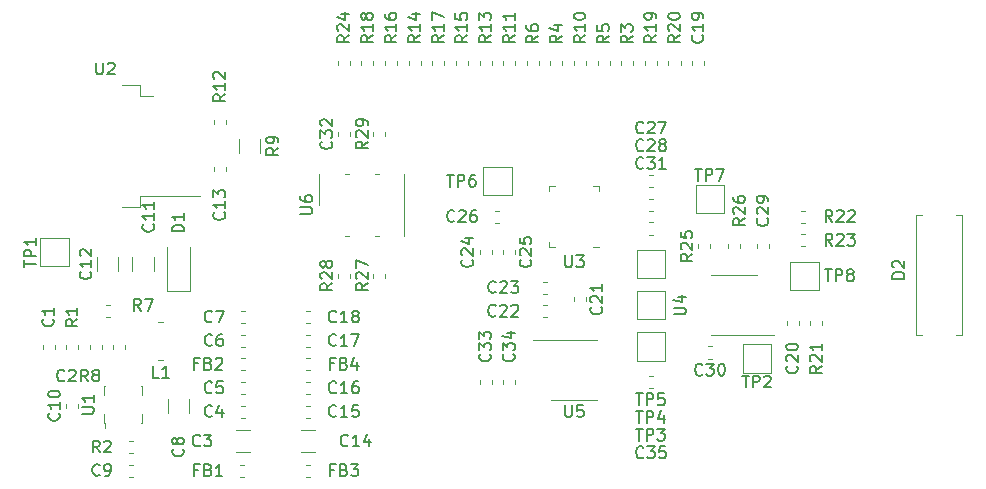
<source format=gbr>
%TF.GenerationSoftware,KiCad,Pcbnew,(5.1.6)-1*%
%TF.CreationDate,2020-06-24T23:25:01+02:00*%
%TF.ProjectId,phtodiode_adc,7068746f-6469-46f6-9465-5f6164632e6b,rev?*%
%TF.SameCoordinates,Original*%
%TF.FileFunction,Legend,Top*%
%TF.FilePolarity,Positive*%
%FSLAX46Y46*%
G04 Gerber Fmt 4.6, Leading zero omitted, Abs format (unit mm)*
G04 Created by KiCad (PCBNEW (5.1.6)-1) date 2020-06-24 23:25:01*
%MOMM*%
%LPD*%
G01*
G04 APERTURE LIST*
%ADD10C,0.120000*%
%ADD11C,0.150000*%
G04 APERTURE END LIST*
D10*
%TO.C,D2*%
X192460000Y-102020000D02*
X191980000Y-102020000D01*
X191980000Y-102020000D02*
X191980000Y-91880000D01*
X191980000Y-91880000D02*
X192460000Y-91880000D01*
X195340000Y-102020000D02*
X195820000Y-102020000D01*
X195820000Y-102020000D02*
X195820000Y-91880000D01*
X195820000Y-91880000D02*
X195340000Y-91880000D01*
%TO.C,C3*%
X134385436Y-111910000D02*
X135589564Y-111910000D01*
X134385436Y-110090000D02*
X135589564Y-110090000D01*
%TO.C,C1*%
X119010000Y-103171267D02*
X119010000Y-102828733D01*
X117990000Y-103171267D02*
X117990000Y-102828733D01*
%TO.C,C2*%
X121990000Y-103171267D02*
X121990000Y-102828733D01*
X123010000Y-103171267D02*
X123010000Y-102828733D01*
%TO.C,C4*%
X134828733Y-107990000D02*
X135171267Y-107990000D01*
X134828733Y-109010000D02*
X135171267Y-109010000D01*
%TO.C,C5*%
X134828733Y-107010000D02*
X135171267Y-107010000D01*
X134828733Y-105990000D02*
X135171267Y-105990000D01*
%TO.C,C6*%
X135171267Y-103010000D02*
X134828733Y-103010000D01*
X135171267Y-101990000D02*
X134828733Y-101990000D01*
%TO.C,C7*%
X135171267Y-99990000D02*
X134828733Y-99990000D01*
X135171267Y-101010000D02*
X134828733Y-101010000D01*
%TO.C,C8*%
X128590000Y-107397936D02*
X128590000Y-108602064D01*
X130410000Y-107397936D02*
X130410000Y-108602064D01*
%TO.C,C9*%
X125671267Y-114010000D02*
X125328733Y-114010000D01*
X125671267Y-112990000D02*
X125328733Y-112990000D01*
%TO.C,C10*%
X121010000Y-107828733D02*
X121010000Y-108171267D01*
X119990000Y-107828733D02*
X119990000Y-108171267D01*
%TO.C,C11*%
X125590000Y-96602064D02*
X125590000Y-95397936D01*
X127410000Y-96602064D02*
X127410000Y-95397936D01*
%TO.C,C12*%
X122590000Y-96602064D02*
X122590000Y-95397936D01*
X124410000Y-96602064D02*
X124410000Y-95397936D01*
%TO.C,C13*%
X134590000Y-86602064D02*
X134590000Y-85397936D01*
X136410000Y-86602064D02*
X136410000Y-85397936D01*
%TO.C,C14*%
X139897936Y-111910000D02*
X141102064Y-111910000D01*
X139897936Y-110090000D02*
X141102064Y-110090000D01*
%TO.C,C15*%
X140328733Y-109010000D02*
X140671267Y-109010000D01*
X140328733Y-107990000D02*
X140671267Y-107990000D01*
%TO.C,C16*%
X140328733Y-105990000D02*
X140671267Y-105990000D01*
X140328733Y-107010000D02*
X140671267Y-107010000D01*
%TO.C,C17*%
X140671267Y-103010000D02*
X140328733Y-103010000D01*
X140671267Y-101990000D02*
X140328733Y-101990000D01*
%TO.C,C18*%
X140671267Y-99990000D02*
X140328733Y-99990000D01*
X140671267Y-101010000D02*
X140328733Y-101010000D01*
%TO.C,C19*%
X172990000Y-78828733D02*
X172990000Y-79171267D01*
X174010000Y-78828733D02*
X174010000Y-79171267D01*
%TO.C,C20*%
X180990000Y-101171267D02*
X180990000Y-100828733D01*
X182010000Y-101171267D02*
X182010000Y-100828733D01*
%TO.C,C21*%
X162990000Y-98828733D02*
X162990000Y-99171267D01*
X164010000Y-98828733D02*
X164010000Y-99171267D01*
%TO.C,C22*%
X160671267Y-99490000D02*
X160328733Y-99490000D01*
X160671267Y-100510000D02*
X160328733Y-100510000D01*
%TO.C,C23*%
X160671267Y-98510000D02*
X160328733Y-98510000D01*
X160671267Y-97490000D02*
X160328733Y-97490000D01*
%TO.C,C24*%
X154990000Y-94828733D02*
X154990000Y-95171267D01*
X156010000Y-94828733D02*
X156010000Y-95171267D01*
%TO.C,C25*%
X158010000Y-94828733D02*
X158010000Y-95171267D01*
X156990000Y-94828733D02*
X156990000Y-95171267D01*
%TO.C,C26*%
X156671267Y-91490000D02*
X156328733Y-91490000D01*
X156671267Y-92510000D02*
X156328733Y-92510000D01*
%TO.C,C27*%
X169328733Y-89510000D02*
X169671267Y-89510000D01*
X169328733Y-88490000D02*
X169671267Y-88490000D01*
%TO.C,C28*%
X169328733Y-90490000D02*
X169671267Y-90490000D01*
X169328733Y-91510000D02*
X169671267Y-91510000D01*
%TO.C,C29*%
X179510000Y-94671267D02*
X179510000Y-94328733D01*
X178490000Y-94671267D02*
X178490000Y-94328733D01*
%TO.C,C30*%
X174328733Y-102990000D02*
X174671267Y-102990000D01*
X174328733Y-104010000D02*
X174671267Y-104010000D01*
%TO.C,C31*%
X169671267Y-93510000D02*
X169328733Y-93510000D01*
X169671267Y-92490000D02*
X169328733Y-92490000D01*
%TO.C,C32*%
X144010000Y-85171267D02*
X144010000Y-84828733D01*
X142990000Y-85171267D02*
X142990000Y-84828733D01*
%TO.C,C33*%
X156010000Y-105828733D02*
X156010000Y-106171267D01*
X154990000Y-105828733D02*
X154990000Y-106171267D01*
%TO.C,C34*%
X156990000Y-105828733D02*
X156990000Y-106171267D01*
X158010000Y-105828733D02*
X158010000Y-106171267D01*
%TO.C,C35*%
X169328733Y-105490000D02*
X169671267Y-105490000D01*
X169328733Y-106510000D02*
X169671267Y-106510000D01*
%TO.C,D1*%
X128490000Y-98280000D02*
X130510000Y-98280000D01*
X130510000Y-98280000D02*
X130510000Y-94600000D01*
X128490000Y-98280000D02*
X128490000Y-94600000D01*
%TO.C,FB1*%
X134703733Y-112990000D02*
X135046267Y-112990000D01*
X134703733Y-114010000D02*
X135046267Y-114010000D01*
%TO.C,FB2*%
X135171267Y-103990000D02*
X134828733Y-103990000D01*
X135171267Y-105010000D02*
X134828733Y-105010000D01*
%TO.C,FB3*%
X140328733Y-112990000D02*
X140671267Y-112990000D01*
X140328733Y-114010000D02*
X140671267Y-114010000D01*
%TO.C,FB4*%
X140671267Y-103990000D02*
X140328733Y-103990000D01*
X140671267Y-105010000D02*
X140328733Y-105010000D01*
%TO.C,L1*%
X128200000Y-104100000D02*
X127800000Y-104100000D01*
X128200000Y-100900000D02*
X127800000Y-100900000D01*
%TO.C,R1*%
X119990000Y-102828733D02*
X119990000Y-103171267D01*
X121010000Y-102828733D02*
X121010000Y-103171267D01*
%TO.C,R2*%
X125328733Y-112010000D02*
X125671267Y-112010000D01*
X125328733Y-110990000D02*
X125671267Y-110990000D01*
%TO.C,R3*%
X168010000Y-78828733D02*
X168010000Y-79171267D01*
X166990000Y-78828733D02*
X166990000Y-79171267D01*
%TO.C,R4*%
X160990000Y-78828733D02*
X160990000Y-79171267D01*
X162010000Y-78828733D02*
X162010000Y-79171267D01*
%TO.C,R5*%
X164990000Y-78828733D02*
X164990000Y-79171267D01*
X166010000Y-78828733D02*
X166010000Y-79171267D01*
%TO.C,R6*%
X160010000Y-78828733D02*
X160010000Y-79171267D01*
X158990000Y-78828733D02*
X158990000Y-79171267D01*
%TO.C,R7*%
X123671267Y-100510000D02*
X123328733Y-100510000D01*
X123671267Y-99490000D02*
X123328733Y-99490000D01*
%TO.C,R8*%
X123990000Y-102828733D02*
X123990000Y-103171267D01*
X125010000Y-102828733D02*
X125010000Y-103171267D01*
%TO.C,R9*%
X133510000Y-87828733D02*
X133510000Y-88171267D01*
X132490000Y-87828733D02*
X132490000Y-88171267D01*
%TO.C,R10*%
X164010000Y-78828733D02*
X164010000Y-79171267D01*
X162990000Y-78828733D02*
X162990000Y-79171267D01*
%TO.C,R11*%
X156990000Y-78828733D02*
X156990000Y-79171267D01*
X158010000Y-78828733D02*
X158010000Y-79171267D01*
%TO.C,R12*%
X133510000Y-83828733D02*
X133510000Y-84171267D01*
X132490000Y-83828733D02*
X132490000Y-84171267D01*
%TO.C,R13*%
X156010000Y-78828733D02*
X156010000Y-79171267D01*
X154990000Y-78828733D02*
X154990000Y-79171267D01*
%TO.C,R14*%
X150010000Y-78828733D02*
X150010000Y-79171267D01*
X148990000Y-78828733D02*
X148990000Y-79171267D01*
%TO.C,R15*%
X154010000Y-78828733D02*
X154010000Y-79171267D01*
X152990000Y-78828733D02*
X152990000Y-79171267D01*
%TO.C,R16*%
X146990000Y-78828733D02*
X146990000Y-79171267D01*
X148010000Y-78828733D02*
X148010000Y-79171267D01*
%TO.C,R17*%
X150990000Y-78828733D02*
X150990000Y-79171267D01*
X152010000Y-78828733D02*
X152010000Y-79171267D01*
%TO.C,R18*%
X146010000Y-78828733D02*
X146010000Y-79171267D01*
X144990000Y-78828733D02*
X144990000Y-79171267D01*
%TO.C,R19*%
X168990000Y-78828733D02*
X168990000Y-79171267D01*
X170010000Y-78828733D02*
X170010000Y-79171267D01*
%TO.C,R20*%
X170990000Y-78828733D02*
X170990000Y-79171267D01*
X172010000Y-78828733D02*
X172010000Y-79171267D01*
%TO.C,R21*%
X182990000Y-101171267D02*
X182990000Y-100828733D01*
X184010000Y-101171267D02*
X184010000Y-100828733D01*
%TO.C,R22*%
X182571267Y-91490000D02*
X182228733Y-91490000D01*
X182571267Y-92510000D02*
X182228733Y-92510000D01*
%TO.C,R23*%
X182571267Y-94510000D02*
X182228733Y-94510000D01*
X182571267Y-93490000D02*
X182228733Y-93490000D01*
%TO.C,R24*%
X142990000Y-78828733D02*
X142990000Y-79171267D01*
X144010000Y-78828733D02*
X144010000Y-79171267D01*
%TO.C,R25*%
X174510000Y-94671267D02*
X174510000Y-94328733D01*
X173490000Y-94671267D02*
X173490000Y-94328733D01*
%TO.C,R26*%
X175990000Y-94671267D02*
X175990000Y-94328733D01*
X177010000Y-94671267D02*
X177010000Y-94328733D01*
%TO.C,R27*%
X147010000Y-97171267D02*
X147010000Y-96828733D01*
X145990000Y-97171267D02*
X145990000Y-96828733D01*
%TO.C,R28*%
X142990000Y-97171267D02*
X142990000Y-96828733D01*
X144010000Y-97171267D02*
X144010000Y-96828733D01*
%TO.C,R29*%
X145990000Y-85171267D02*
X145990000Y-84828733D01*
X147010000Y-85171267D02*
X147010000Y-84828733D01*
%TO.C,TP1*%
X120200000Y-96200000D02*
X117800000Y-96200000D01*
X120200000Y-93800000D02*
X120200000Y-96200000D01*
X117800000Y-93800000D02*
X120200000Y-93800000D01*
X117800000Y-96200000D02*
X117800000Y-93800000D01*
%TO.C,TP2*%
X179700000Y-102800000D02*
X179700000Y-105200000D01*
X177300000Y-102800000D02*
X179700000Y-102800000D01*
X177300000Y-105200000D02*
X177300000Y-102800000D01*
X179700000Y-105200000D02*
X177300000Y-105200000D01*
%TO.C,TP3*%
X168300000Y-101800000D02*
X170700000Y-101800000D01*
X170700000Y-101800000D02*
X170700000Y-104200000D01*
X170700000Y-104200000D02*
X168300000Y-104200000D01*
X168300000Y-104200000D02*
X168300000Y-101800000D01*
%TO.C,TP4*%
X170700000Y-100700000D02*
X168300000Y-100700000D01*
X168300000Y-100700000D02*
X168300000Y-98300000D01*
X168300000Y-98300000D02*
X170700000Y-98300000D01*
X170700000Y-98300000D02*
X170700000Y-100700000D01*
%TO.C,TP5*%
X170700000Y-94800000D02*
X170700000Y-97200000D01*
X168300000Y-94800000D02*
X170700000Y-94800000D01*
X168300000Y-97200000D02*
X168300000Y-94800000D01*
X170700000Y-97200000D02*
X168300000Y-97200000D01*
%TO.C,TP6*%
X157700000Y-90200000D02*
X155300000Y-90200000D01*
X155300000Y-90200000D02*
X155300000Y-87800000D01*
X155300000Y-87800000D02*
X157700000Y-87800000D01*
X157700000Y-87800000D02*
X157700000Y-90200000D01*
%TO.C,TP7*%
X175700000Y-89300000D02*
X175700000Y-91700000D01*
X173300000Y-89300000D02*
X175700000Y-89300000D01*
X173300000Y-91700000D02*
X173300000Y-89300000D01*
X175700000Y-91700000D02*
X173300000Y-91700000D01*
%TO.C,TP8*%
X183700000Y-98200000D02*
X181300000Y-98200000D01*
X181300000Y-98200000D02*
X181300000Y-95800000D01*
X181300000Y-95800000D02*
X183700000Y-95800000D01*
X183700000Y-95800000D02*
X183700000Y-98200000D01*
%TO.C,U1*%
X123290000Y-109510000D02*
X123290000Y-109910000D01*
X126390000Y-106310000D02*
X126290000Y-106310000D01*
X126390000Y-107110000D02*
X126390000Y-106310000D01*
X126390000Y-109510000D02*
X126390000Y-108710000D01*
X126290000Y-109510000D02*
X126390000Y-109510000D01*
X123190000Y-106310000D02*
X123290000Y-106310000D01*
X123190000Y-107110000D02*
X123190000Y-106310000D01*
X123190000Y-109510000D02*
X123290000Y-109510000D01*
X123190000Y-108710000D02*
X123190000Y-109510000D01*
%TO.C,U2*%
X124740000Y-91210000D02*
X126240000Y-91210000D01*
X126240000Y-91210000D02*
X126240000Y-90260000D01*
X126240000Y-90260000D02*
X131365000Y-90260000D01*
X124740000Y-80810000D02*
X126240000Y-80810000D01*
X126240000Y-80810000D02*
X126240000Y-81760000D01*
X126240000Y-81760000D02*
X127340000Y-81760000D01*
%TO.C,U3*%
X161365000Y-94610000D02*
X160890000Y-94610000D01*
X160890000Y-94610000D02*
X160890000Y-94135000D01*
X164635000Y-89390000D02*
X165110000Y-89390000D01*
X165110000Y-89390000D02*
X165110000Y-89865000D01*
X161365000Y-89390000D02*
X160890000Y-89390000D01*
X160890000Y-89390000D02*
X160890000Y-89865000D01*
X164635000Y-94610000D02*
X165110000Y-94610000D01*
%TO.C,U4*%
X176500000Y-102060000D02*
X179950000Y-102060000D01*
X176500000Y-102060000D02*
X174550000Y-102060000D01*
X176500000Y-96940000D02*
X178450000Y-96940000D01*
X176500000Y-96940000D02*
X174550000Y-96940000D01*
%TO.C,U5*%
X163000000Y-107560000D02*
X164950000Y-107560000D01*
X163000000Y-107560000D02*
X161050000Y-107560000D01*
X163000000Y-102440000D02*
X164950000Y-102440000D01*
X163000000Y-102440000D02*
X159550000Y-102440000D01*
%TO.C,U6*%
X146100000Y-88390000D02*
X146440000Y-88390000D01*
X143900000Y-93610000D02*
X143560000Y-93610000D01*
X141380000Y-91000000D02*
X141380000Y-88390000D01*
X143560000Y-88390000D02*
X143900000Y-88390000D01*
X148620000Y-88390000D02*
X148620000Y-93610000D01*
X146440000Y-93610000D02*
X146100000Y-93610000D01*
%TO.C,D2*%
D11*
X190952380Y-97238095D02*
X189952380Y-97238095D01*
X189952380Y-97000000D01*
X190000000Y-96857142D01*
X190095238Y-96761904D01*
X190190476Y-96714285D01*
X190380952Y-96666666D01*
X190523809Y-96666666D01*
X190714285Y-96714285D01*
X190809523Y-96761904D01*
X190904761Y-96857142D01*
X190952380Y-97000000D01*
X190952380Y-97238095D01*
X190047619Y-96285714D02*
X190000000Y-96238095D01*
X189952380Y-96142857D01*
X189952380Y-95904761D01*
X190000000Y-95809523D01*
X190047619Y-95761904D01*
X190142857Y-95714285D01*
X190238095Y-95714285D01*
X190380952Y-95761904D01*
X190952380Y-96333333D01*
X190952380Y-95714285D01*
%TO.C,C3*%
X131333333Y-111357142D02*
X131285714Y-111404761D01*
X131142857Y-111452380D01*
X131047619Y-111452380D01*
X130904761Y-111404761D01*
X130809523Y-111309523D01*
X130761904Y-111214285D01*
X130714285Y-111023809D01*
X130714285Y-110880952D01*
X130761904Y-110690476D01*
X130809523Y-110595238D01*
X130904761Y-110500000D01*
X131047619Y-110452380D01*
X131142857Y-110452380D01*
X131285714Y-110500000D01*
X131333333Y-110547619D01*
X131666666Y-110452380D02*
X132285714Y-110452380D01*
X131952380Y-110833333D01*
X132095238Y-110833333D01*
X132190476Y-110880952D01*
X132238095Y-110928571D01*
X132285714Y-111023809D01*
X132285714Y-111261904D01*
X132238095Y-111357142D01*
X132190476Y-111404761D01*
X132095238Y-111452380D01*
X131809523Y-111452380D01*
X131714285Y-111404761D01*
X131666666Y-111357142D01*
%TO.C,C1*%
X118857142Y-100666666D02*
X118904761Y-100714285D01*
X118952380Y-100857142D01*
X118952380Y-100952380D01*
X118904761Y-101095238D01*
X118809523Y-101190476D01*
X118714285Y-101238095D01*
X118523809Y-101285714D01*
X118380952Y-101285714D01*
X118190476Y-101238095D01*
X118095238Y-101190476D01*
X118000000Y-101095238D01*
X117952380Y-100952380D01*
X117952380Y-100857142D01*
X118000000Y-100714285D01*
X118047619Y-100666666D01*
X118952380Y-99714285D02*
X118952380Y-100285714D01*
X118952380Y-100000000D02*
X117952380Y-100000000D01*
X118095238Y-100095238D01*
X118190476Y-100190476D01*
X118238095Y-100285714D01*
%TO.C,C2*%
X119833333Y-105857142D02*
X119785714Y-105904761D01*
X119642857Y-105952380D01*
X119547619Y-105952380D01*
X119404761Y-105904761D01*
X119309523Y-105809523D01*
X119261904Y-105714285D01*
X119214285Y-105523809D01*
X119214285Y-105380952D01*
X119261904Y-105190476D01*
X119309523Y-105095238D01*
X119404761Y-105000000D01*
X119547619Y-104952380D01*
X119642857Y-104952380D01*
X119785714Y-105000000D01*
X119833333Y-105047619D01*
X120214285Y-105047619D02*
X120261904Y-105000000D01*
X120357142Y-104952380D01*
X120595238Y-104952380D01*
X120690476Y-105000000D01*
X120738095Y-105047619D01*
X120785714Y-105142857D01*
X120785714Y-105238095D01*
X120738095Y-105380952D01*
X120166666Y-105952380D01*
X120785714Y-105952380D01*
%TO.C,C4*%
X132333333Y-108857142D02*
X132285714Y-108904761D01*
X132142857Y-108952380D01*
X132047619Y-108952380D01*
X131904761Y-108904761D01*
X131809523Y-108809523D01*
X131761904Y-108714285D01*
X131714285Y-108523809D01*
X131714285Y-108380952D01*
X131761904Y-108190476D01*
X131809523Y-108095238D01*
X131904761Y-108000000D01*
X132047619Y-107952380D01*
X132142857Y-107952380D01*
X132285714Y-108000000D01*
X132333333Y-108047619D01*
X133190476Y-108285714D02*
X133190476Y-108952380D01*
X132952380Y-107904761D02*
X132714285Y-108619047D01*
X133333333Y-108619047D01*
%TO.C,C5*%
X132333333Y-106857142D02*
X132285714Y-106904761D01*
X132142857Y-106952380D01*
X132047619Y-106952380D01*
X131904761Y-106904761D01*
X131809523Y-106809523D01*
X131761904Y-106714285D01*
X131714285Y-106523809D01*
X131714285Y-106380952D01*
X131761904Y-106190476D01*
X131809523Y-106095238D01*
X131904761Y-106000000D01*
X132047619Y-105952380D01*
X132142857Y-105952380D01*
X132285714Y-106000000D01*
X132333333Y-106047619D01*
X133238095Y-105952380D02*
X132761904Y-105952380D01*
X132714285Y-106428571D01*
X132761904Y-106380952D01*
X132857142Y-106333333D01*
X133095238Y-106333333D01*
X133190476Y-106380952D01*
X133238095Y-106428571D01*
X133285714Y-106523809D01*
X133285714Y-106761904D01*
X133238095Y-106857142D01*
X133190476Y-106904761D01*
X133095238Y-106952380D01*
X132857142Y-106952380D01*
X132761904Y-106904761D01*
X132714285Y-106857142D01*
%TO.C,C6*%
X132333333Y-102857142D02*
X132285714Y-102904761D01*
X132142857Y-102952380D01*
X132047619Y-102952380D01*
X131904761Y-102904761D01*
X131809523Y-102809523D01*
X131761904Y-102714285D01*
X131714285Y-102523809D01*
X131714285Y-102380952D01*
X131761904Y-102190476D01*
X131809523Y-102095238D01*
X131904761Y-102000000D01*
X132047619Y-101952380D01*
X132142857Y-101952380D01*
X132285714Y-102000000D01*
X132333333Y-102047619D01*
X133190476Y-101952380D02*
X133000000Y-101952380D01*
X132904761Y-102000000D01*
X132857142Y-102047619D01*
X132761904Y-102190476D01*
X132714285Y-102380952D01*
X132714285Y-102761904D01*
X132761904Y-102857142D01*
X132809523Y-102904761D01*
X132904761Y-102952380D01*
X133095238Y-102952380D01*
X133190476Y-102904761D01*
X133238095Y-102857142D01*
X133285714Y-102761904D01*
X133285714Y-102523809D01*
X133238095Y-102428571D01*
X133190476Y-102380952D01*
X133095238Y-102333333D01*
X132904761Y-102333333D01*
X132809523Y-102380952D01*
X132761904Y-102428571D01*
X132714285Y-102523809D01*
%TO.C,C7*%
X132333333Y-100857142D02*
X132285714Y-100904761D01*
X132142857Y-100952380D01*
X132047619Y-100952380D01*
X131904761Y-100904761D01*
X131809523Y-100809523D01*
X131761904Y-100714285D01*
X131714285Y-100523809D01*
X131714285Y-100380952D01*
X131761904Y-100190476D01*
X131809523Y-100095238D01*
X131904761Y-100000000D01*
X132047619Y-99952380D01*
X132142857Y-99952380D01*
X132285714Y-100000000D01*
X132333333Y-100047619D01*
X132666666Y-99952380D02*
X133333333Y-99952380D01*
X132904761Y-100952380D01*
%TO.C,C8*%
X129857142Y-111666666D02*
X129904761Y-111714285D01*
X129952380Y-111857142D01*
X129952380Y-111952380D01*
X129904761Y-112095238D01*
X129809523Y-112190476D01*
X129714285Y-112238095D01*
X129523809Y-112285714D01*
X129380952Y-112285714D01*
X129190476Y-112238095D01*
X129095238Y-112190476D01*
X129000000Y-112095238D01*
X128952380Y-111952380D01*
X128952380Y-111857142D01*
X129000000Y-111714285D01*
X129047619Y-111666666D01*
X129380952Y-111095238D02*
X129333333Y-111190476D01*
X129285714Y-111238095D01*
X129190476Y-111285714D01*
X129142857Y-111285714D01*
X129047619Y-111238095D01*
X129000000Y-111190476D01*
X128952380Y-111095238D01*
X128952380Y-110904761D01*
X129000000Y-110809523D01*
X129047619Y-110761904D01*
X129142857Y-110714285D01*
X129190476Y-110714285D01*
X129285714Y-110761904D01*
X129333333Y-110809523D01*
X129380952Y-110904761D01*
X129380952Y-111095238D01*
X129428571Y-111190476D01*
X129476190Y-111238095D01*
X129571428Y-111285714D01*
X129761904Y-111285714D01*
X129857142Y-111238095D01*
X129904761Y-111190476D01*
X129952380Y-111095238D01*
X129952380Y-110904761D01*
X129904761Y-110809523D01*
X129857142Y-110761904D01*
X129761904Y-110714285D01*
X129571428Y-110714285D01*
X129476190Y-110761904D01*
X129428571Y-110809523D01*
X129380952Y-110904761D01*
%TO.C,C9*%
X122833333Y-113857142D02*
X122785714Y-113904761D01*
X122642857Y-113952380D01*
X122547619Y-113952380D01*
X122404761Y-113904761D01*
X122309523Y-113809523D01*
X122261904Y-113714285D01*
X122214285Y-113523809D01*
X122214285Y-113380952D01*
X122261904Y-113190476D01*
X122309523Y-113095238D01*
X122404761Y-113000000D01*
X122547619Y-112952380D01*
X122642857Y-112952380D01*
X122785714Y-113000000D01*
X122833333Y-113047619D01*
X123309523Y-113952380D02*
X123500000Y-113952380D01*
X123595238Y-113904761D01*
X123642857Y-113857142D01*
X123738095Y-113714285D01*
X123785714Y-113523809D01*
X123785714Y-113142857D01*
X123738095Y-113047619D01*
X123690476Y-113000000D01*
X123595238Y-112952380D01*
X123404761Y-112952380D01*
X123309523Y-113000000D01*
X123261904Y-113047619D01*
X123214285Y-113142857D01*
X123214285Y-113380952D01*
X123261904Y-113476190D01*
X123309523Y-113523809D01*
X123404761Y-113571428D01*
X123595238Y-113571428D01*
X123690476Y-113523809D01*
X123738095Y-113476190D01*
X123785714Y-113380952D01*
%TO.C,C10*%
X119357142Y-108642857D02*
X119404761Y-108690476D01*
X119452380Y-108833333D01*
X119452380Y-108928571D01*
X119404761Y-109071428D01*
X119309523Y-109166666D01*
X119214285Y-109214285D01*
X119023809Y-109261904D01*
X118880952Y-109261904D01*
X118690476Y-109214285D01*
X118595238Y-109166666D01*
X118500000Y-109071428D01*
X118452380Y-108928571D01*
X118452380Y-108833333D01*
X118500000Y-108690476D01*
X118547619Y-108642857D01*
X119452380Y-107690476D02*
X119452380Y-108261904D01*
X119452380Y-107976190D02*
X118452380Y-107976190D01*
X118595238Y-108071428D01*
X118690476Y-108166666D01*
X118738095Y-108261904D01*
X118452380Y-107071428D02*
X118452380Y-106976190D01*
X118500000Y-106880952D01*
X118547619Y-106833333D01*
X118642857Y-106785714D01*
X118833333Y-106738095D01*
X119071428Y-106738095D01*
X119261904Y-106785714D01*
X119357142Y-106833333D01*
X119404761Y-106880952D01*
X119452380Y-106976190D01*
X119452380Y-107071428D01*
X119404761Y-107166666D01*
X119357142Y-107214285D01*
X119261904Y-107261904D01*
X119071428Y-107309523D01*
X118833333Y-107309523D01*
X118642857Y-107261904D01*
X118547619Y-107214285D01*
X118500000Y-107166666D01*
X118452380Y-107071428D01*
%TO.C,C11*%
X127357142Y-92642857D02*
X127404761Y-92690476D01*
X127452380Y-92833333D01*
X127452380Y-92928571D01*
X127404761Y-93071428D01*
X127309523Y-93166666D01*
X127214285Y-93214285D01*
X127023809Y-93261904D01*
X126880952Y-93261904D01*
X126690476Y-93214285D01*
X126595238Y-93166666D01*
X126500000Y-93071428D01*
X126452380Y-92928571D01*
X126452380Y-92833333D01*
X126500000Y-92690476D01*
X126547619Y-92642857D01*
X127452380Y-91690476D02*
X127452380Y-92261904D01*
X127452380Y-91976190D02*
X126452380Y-91976190D01*
X126595238Y-92071428D01*
X126690476Y-92166666D01*
X126738095Y-92261904D01*
X127452380Y-90738095D02*
X127452380Y-91309523D01*
X127452380Y-91023809D02*
X126452380Y-91023809D01*
X126595238Y-91119047D01*
X126690476Y-91214285D01*
X126738095Y-91309523D01*
%TO.C,C12*%
X122037142Y-96642857D02*
X122084761Y-96690476D01*
X122132380Y-96833333D01*
X122132380Y-96928571D01*
X122084761Y-97071428D01*
X121989523Y-97166666D01*
X121894285Y-97214285D01*
X121703809Y-97261904D01*
X121560952Y-97261904D01*
X121370476Y-97214285D01*
X121275238Y-97166666D01*
X121180000Y-97071428D01*
X121132380Y-96928571D01*
X121132380Y-96833333D01*
X121180000Y-96690476D01*
X121227619Y-96642857D01*
X122132380Y-95690476D02*
X122132380Y-96261904D01*
X122132380Y-95976190D02*
X121132380Y-95976190D01*
X121275238Y-96071428D01*
X121370476Y-96166666D01*
X121418095Y-96261904D01*
X121227619Y-95309523D02*
X121180000Y-95261904D01*
X121132380Y-95166666D01*
X121132380Y-94928571D01*
X121180000Y-94833333D01*
X121227619Y-94785714D01*
X121322857Y-94738095D01*
X121418095Y-94738095D01*
X121560952Y-94785714D01*
X122132380Y-95357142D01*
X122132380Y-94738095D01*
%TO.C,C13*%
X133357142Y-91642857D02*
X133404761Y-91690476D01*
X133452380Y-91833333D01*
X133452380Y-91928571D01*
X133404761Y-92071428D01*
X133309523Y-92166666D01*
X133214285Y-92214285D01*
X133023809Y-92261904D01*
X132880952Y-92261904D01*
X132690476Y-92214285D01*
X132595238Y-92166666D01*
X132500000Y-92071428D01*
X132452380Y-91928571D01*
X132452380Y-91833333D01*
X132500000Y-91690476D01*
X132547619Y-91642857D01*
X133452380Y-90690476D02*
X133452380Y-91261904D01*
X133452380Y-90976190D02*
X132452380Y-90976190D01*
X132595238Y-91071428D01*
X132690476Y-91166666D01*
X132738095Y-91261904D01*
X132452380Y-90357142D02*
X132452380Y-89738095D01*
X132833333Y-90071428D01*
X132833333Y-89928571D01*
X132880952Y-89833333D01*
X132928571Y-89785714D01*
X133023809Y-89738095D01*
X133261904Y-89738095D01*
X133357142Y-89785714D01*
X133404761Y-89833333D01*
X133452380Y-89928571D01*
X133452380Y-90214285D01*
X133404761Y-90309523D01*
X133357142Y-90357142D01*
%TO.C,C14*%
X143857142Y-111357142D02*
X143809523Y-111404761D01*
X143666666Y-111452380D01*
X143571428Y-111452380D01*
X143428571Y-111404761D01*
X143333333Y-111309523D01*
X143285714Y-111214285D01*
X143238095Y-111023809D01*
X143238095Y-110880952D01*
X143285714Y-110690476D01*
X143333333Y-110595238D01*
X143428571Y-110500000D01*
X143571428Y-110452380D01*
X143666666Y-110452380D01*
X143809523Y-110500000D01*
X143857142Y-110547619D01*
X144809523Y-111452380D02*
X144238095Y-111452380D01*
X144523809Y-111452380D02*
X144523809Y-110452380D01*
X144428571Y-110595238D01*
X144333333Y-110690476D01*
X144238095Y-110738095D01*
X145666666Y-110785714D02*
X145666666Y-111452380D01*
X145428571Y-110404761D02*
X145190476Y-111119047D01*
X145809523Y-111119047D01*
%TO.C,C15*%
X142857142Y-108857142D02*
X142809523Y-108904761D01*
X142666666Y-108952380D01*
X142571428Y-108952380D01*
X142428571Y-108904761D01*
X142333333Y-108809523D01*
X142285714Y-108714285D01*
X142238095Y-108523809D01*
X142238095Y-108380952D01*
X142285714Y-108190476D01*
X142333333Y-108095238D01*
X142428571Y-108000000D01*
X142571428Y-107952380D01*
X142666666Y-107952380D01*
X142809523Y-108000000D01*
X142857142Y-108047619D01*
X143809523Y-108952380D02*
X143238095Y-108952380D01*
X143523809Y-108952380D02*
X143523809Y-107952380D01*
X143428571Y-108095238D01*
X143333333Y-108190476D01*
X143238095Y-108238095D01*
X144714285Y-107952380D02*
X144238095Y-107952380D01*
X144190476Y-108428571D01*
X144238095Y-108380952D01*
X144333333Y-108333333D01*
X144571428Y-108333333D01*
X144666666Y-108380952D01*
X144714285Y-108428571D01*
X144761904Y-108523809D01*
X144761904Y-108761904D01*
X144714285Y-108857142D01*
X144666666Y-108904761D01*
X144571428Y-108952380D01*
X144333333Y-108952380D01*
X144238095Y-108904761D01*
X144190476Y-108857142D01*
%TO.C,C16*%
X142857142Y-106857142D02*
X142809523Y-106904761D01*
X142666666Y-106952380D01*
X142571428Y-106952380D01*
X142428571Y-106904761D01*
X142333333Y-106809523D01*
X142285714Y-106714285D01*
X142238095Y-106523809D01*
X142238095Y-106380952D01*
X142285714Y-106190476D01*
X142333333Y-106095238D01*
X142428571Y-106000000D01*
X142571428Y-105952380D01*
X142666666Y-105952380D01*
X142809523Y-106000000D01*
X142857142Y-106047619D01*
X143809523Y-106952380D02*
X143238095Y-106952380D01*
X143523809Y-106952380D02*
X143523809Y-105952380D01*
X143428571Y-106095238D01*
X143333333Y-106190476D01*
X143238095Y-106238095D01*
X144666666Y-105952380D02*
X144476190Y-105952380D01*
X144380952Y-106000000D01*
X144333333Y-106047619D01*
X144238095Y-106190476D01*
X144190476Y-106380952D01*
X144190476Y-106761904D01*
X144238095Y-106857142D01*
X144285714Y-106904761D01*
X144380952Y-106952380D01*
X144571428Y-106952380D01*
X144666666Y-106904761D01*
X144714285Y-106857142D01*
X144761904Y-106761904D01*
X144761904Y-106523809D01*
X144714285Y-106428571D01*
X144666666Y-106380952D01*
X144571428Y-106333333D01*
X144380952Y-106333333D01*
X144285714Y-106380952D01*
X144238095Y-106428571D01*
X144190476Y-106523809D01*
%TO.C,C17*%
X142857142Y-102857142D02*
X142809523Y-102904761D01*
X142666666Y-102952380D01*
X142571428Y-102952380D01*
X142428571Y-102904761D01*
X142333333Y-102809523D01*
X142285714Y-102714285D01*
X142238095Y-102523809D01*
X142238095Y-102380952D01*
X142285714Y-102190476D01*
X142333333Y-102095238D01*
X142428571Y-102000000D01*
X142571428Y-101952380D01*
X142666666Y-101952380D01*
X142809523Y-102000000D01*
X142857142Y-102047619D01*
X143809523Y-102952380D02*
X143238095Y-102952380D01*
X143523809Y-102952380D02*
X143523809Y-101952380D01*
X143428571Y-102095238D01*
X143333333Y-102190476D01*
X143238095Y-102238095D01*
X144142857Y-101952380D02*
X144809523Y-101952380D01*
X144380952Y-102952380D01*
%TO.C,C18*%
X142857142Y-100857142D02*
X142809523Y-100904761D01*
X142666666Y-100952380D01*
X142571428Y-100952380D01*
X142428571Y-100904761D01*
X142333333Y-100809523D01*
X142285714Y-100714285D01*
X142238095Y-100523809D01*
X142238095Y-100380952D01*
X142285714Y-100190476D01*
X142333333Y-100095238D01*
X142428571Y-100000000D01*
X142571428Y-99952380D01*
X142666666Y-99952380D01*
X142809523Y-100000000D01*
X142857142Y-100047619D01*
X143809523Y-100952380D02*
X143238095Y-100952380D01*
X143523809Y-100952380D02*
X143523809Y-99952380D01*
X143428571Y-100095238D01*
X143333333Y-100190476D01*
X143238095Y-100238095D01*
X144380952Y-100380952D02*
X144285714Y-100333333D01*
X144238095Y-100285714D01*
X144190476Y-100190476D01*
X144190476Y-100142857D01*
X144238095Y-100047619D01*
X144285714Y-100000000D01*
X144380952Y-99952380D01*
X144571428Y-99952380D01*
X144666666Y-100000000D01*
X144714285Y-100047619D01*
X144761904Y-100142857D01*
X144761904Y-100190476D01*
X144714285Y-100285714D01*
X144666666Y-100333333D01*
X144571428Y-100380952D01*
X144380952Y-100380952D01*
X144285714Y-100428571D01*
X144238095Y-100476190D01*
X144190476Y-100571428D01*
X144190476Y-100761904D01*
X144238095Y-100857142D01*
X144285714Y-100904761D01*
X144380952Y-100952380D01*
X144571428Y-100952380D01*
X144666666Y-100904761D01*
X144714285Y-100857142D01*
X144761904Y-100761904D01*
X144761904Y-100571428D01*
X144714285Y-100476190D01*
X144666666Y-100428571D01*
X144571428Y-100380952D01*
%TO.C,C19*%
X173857142Y-76642857D02*
X173904761Y-76690476D01*
X173952380Y-76833333D01*
X173952380Y-76928571D01*
X173904761Y-77071428D01*
X173809523Y-77166666D01*
X173714285Y-77214285D01*
X173523809Y-77261904D01*
X173380952Y-77261904D01*
X173190476Y-77214285D01*
X173095238Y-77166666D01*
X173000000Y-77071428D01*
X172952380Y-76928571D01*
X172952380Y-76833333D01*
X173000000Y-76690476D01*
X173047619Y-76642857D01*
X173952380Y-75690476D02*
X173952380Y-76261904D01*
X173952380Y-75976190D02*
X172952380Y-75976190D01*
X173095238Y-76071428D01*
X173190476Y-76166666D01*
X173238095Y-76261904D01*
X173952380Y-75214285D02*
X173952380Y-75023809D01*
X173904761Y-74928571D01*
X173857142Y-74880952D01*
X173714285Y-74785714D01*
X173523809Y-74738095D01*
X173142857Y-74738095D01*
X173047619Y-74785714D01*
X173000000Y-74833333D01*
X172952380Y-74928571D01*
X172952380Y-75119047D01*
X173000000Y-75214285D01*
X173047619Y-75261904D01*
X173142857Y-75309523D01*
X173380952Y-75309523D01*
X173476190Y-75261904D01*
X173523809Y-75214285D01*
X173571428Y-75119047D01*
X173571428Y-74928571D01*
X173523809Y-74833333D01*
X173476190Y-74785714D01*
X173380952Y-74738095D01*
%TO.C,C20*%
X181857142Y-104642857D02*
X181904761Y-104690476D01*
X181952380Y-104833333D01*
X181952380Y-104928571D01*
X181904761Y-105071428D01*
X181809523Y-105166666D01*
X181714285Y-105214285D01*
X181523809Y-105261904D01*
X181380952Y-105261904D01*
X181190476Y-105214285D01*
X181095238Y-105166666D01*
X181000000Y-105071428D01*
X180952380Y-104928571D01*
X180952380Y-104833333D01*
X181000000Y-104690476D01*
X181047619Y-104642857D01*
X181047619Y-104261904D02*
X181000000Y-104214285D01*
X180952380Y-104119047D01*
X180952380Y-103880952D01*
X181000000Y-103785714D01*
X181047619Y-103738095D01*
X181142857Y-103690476D01*
X181238095Y-103690476D01*
X181380952Y-103738095D01*
X181952380Y-104309523D01*
X181952380Y-103690476D01*
X180952380Y-103071428D02*
X180952380Y-102976190D01*
X181000000Y-102880952D01*
X181047619Y-102833333D01*
X181142857Y-102785714D01*
X181333333Y-102738095D01*
X181571428Y-102738095D01*
X181761904Y-102785714D01*
X181857142Y-102833333D01*
X181904761Y-102880952D01*
X181952380Y-102976190D01*
X181952380Y-103071428D01*
X181904761Y-103166666D01*
X181857142Y-103214285D01*
X181761904Y-103261904D01*
X181571428Y-103309523D01*
X181333333Y-103309523D01*
X181142857Y-103261904D01*
X181047619Y-103214285D01*
X181000000Y-103166666D01*
X180952380Y-103071428D01*
%TO.C,C21*%
X165287142Y-99642857D02*
X165334761Y-99690476D01*
X165382380Y-99833333D01*
X165382380Y-99928571D01*
X165334761Y-100071428D01*
X165239523Y-100166666D01*
X165144285Y-100214285D01*
X164953809Y-100261904D01*
X164810952Y-100261904D01*
X164620476Y-100214285D01*
X164525238Y-100166666D01*
X164430000Y-100071428D01*
X164382380Y-99928571D01*
X164382380Y-99833333D01*
X164430000Y-99690476D01*
X164477619Y-99642857D01*
X164477619Y-99261904D02*
X164430000Y-99214285D01*
X164382380Y-99119047D01*
X164382380Y-98880952D01*
X164430000Y-98785714D01*
X164477619Y-98738095D01*
X164572857Y-98690476D01*
X164668095Y-98690476D01*
X164810952Y-98738095D01*
X165382380Y-99309523D01*
X165382380Y-98690476D01*
X165382380Y-97738095D02*
X165382380Y-98309523D01*
X165382380Y-98023809D02*
X164382380Y-98023809D01*
X164525238Y-98119047D01*
X164620476Y-98214285D01*
X164668095Y-98309523D01*
%TO.C,C22*%
X156357142Y-100357142D02*
X156309523Y-100404761D01*
X156166666Y-100452380D01*
X156071428Y-100452380D01*
X155928571Y-100404761D01*
X155833333Y-100309523D01*
X155785714Y-100214285D01*
X155738095Y-100023809D01*
X155738095Y-99880952D01*
X155785714Y-99690476D01*
X155833333Y-99595238D01*
X155928571Y-99500000D01*
X156071428Y-99452380D01*
X156166666Y-99452380D01*
X156309523Y-99500000D01*
X156357142Y-99547619D01*
X156738095Y-99547619D02*
X156785714Y-99500000D01*
X156880952Y-99452380D01*
X157119047Y-99452380D01*
X157214285Y-99500000D01*
X157261904Y-99547619D01*
X157309523Y-99642857D01*
X157309523Y-99738095D01*
X157261904Y-99880952D01*
X156690476Y-100452380D01*
X157309523Y-100452380D01*
X157690476Y-99547619D02*
X157738095Y-99500000D01*
X157833333Y-99452380D01*
X158071428Y-99452380D01*
X158166666Y-99500000D01*
X158214285Y-99547619D01*
X158261904Y-99642857D01*
X158261904Y-99738095D01*
X158214285Y-99880952D01*
X157642857Y-100452380D01*
X158261904Y-100452380D01*
%TO.C,C23*%
X156357142Y-98357142D02*
X156309523Y-98404761D01*
X156166666Y-98452380D01*
X156071428Y-98452380D01*
X155928571Y-98404761D01*
X155833333Y-98309523D01*
X155785714Y-98214285D01*
X155738095Y-98023809D01*
X155738095Y-97880952D01*
X155785714Y-97690476D01*
X155833333Y-97595238D01*
X155928571Y-97500000D01*
X156071428Y-97452380D01*
X156166666Y-97452380D01*
X156309523Y-97500000D01*
X156357142Y-97547619D01*
X156738095Y-97547619D02*
X156785714Y-97500000D01*
X156880952Y-97452380D01*
X157119047Y-97452380D01*
X157214285Y-97500000D01*
X157261904Y-97547619D01*
X157309523Y-97642857D01*
X157309523Y-97738095D01*
X157261904Y-97880952D01*
X156690476Y-98452380D01*
X157309523Y-98452380D01*
X157642857Y-97452380D02*
X158261904Y-97452380D01*
X157928571Y-97833333D01*
X158071428Y-97833333D01*
X158166666Y-97880952D01*
X158214285Y-97928571D01*
X158261904Y-98023809D01*
X158261904Y-98261904D01*
X158214285Y-98357142D01*
X158166666Y-98404761D01*
X158071428Y-98452380D01*
X157785714Y-98452380D01*
X157690476Y-98404761D01*
X157642857Y-98357142D01*
%TO.C,C24*%
X154357142Y-95642857D02*
X154404761Y-95690476D01*
X154452380Y-95833333D01*
X154452380Y-95928571D01*
X154404761Y-96071428D01*
X154309523Y-96166666D01*
X154214285Y-96214285D01*
X154023809Y-96261904D01*
X153880952Y-96261904D01*
X153690476Y-96214285D01*
X153595238Y-96166666D01*
X153500000Y-96071428D01*
X153452380Y-95928571D01*
X153452380Y-95833333D01*
X153500000Y-95690476D01*
X153547619Y-95642857D01*
X153547619Y-95261904D02*
X153500000Y-95214285D01*
X153452380Y-95119047D01*
X153452380Y-94880952D01*
X153500000Y-94785714D01*
X153547619Y-94738095D01*
X153642857Y-94690476D01*
X153738095Y-94690476D01*
X153880952Y-94738095D01*
X154452380Y-95309523D01*
X154452380Y-94690476D01*
X153785714Y-93833333D02*
X154452380Y-93833333D01*
X153404761Y-94071428D02*
X154119047Y-94309523D01*
X154119047Y-93690476D01*
%TO.C,C25*%
X159287142Y-95642857D02*
X159334761Y-95690476D01*
X159382380Y-95833333D01*
X159382380Y-95928571D01*
X159334761Y-96071428D01*
X159239523Y-96166666D01*
X159144285Y-96214285D01*
X158953809Y-96261904D01*
X158810952Y-96261904D01*
X158620476Y-96214285D01*
X158525238Y-96166666D01*
X158430000Y-96071428D01*
X158382380Y-95928571D01*
X158382380Y-95833333D01*
X158430000Y-95690476D01*
X158477619Y-95642857D01*
X158477619Y-95261904D02*
X158430000Y-95214285D01*
X158382380Y-95119047D01*
X158382380Y-94880952D01*
X158430000Y-94785714D01*
X158477619Y-94738095D01*
X158572857Y-94690476D01*
X158668095Y-94690476D01*
X158810952Y-94738095D01*
X159382380Y-95309523D01*
X159382380Y-94690476D01*
X158382380Y-93785714D02*
X158382380Y-94261904D01*
X158858571Y-94309523D01*
X158810952Y-94261904D01*
X158763333Y-94166666D01*
X158763333Y-93928571D01*
X158810952Y-93833333D01*
X158858571Y-93785714D01*
X158953809Y-93738095D01*
X159191904Y-93738095D01*
X159287142Y-93785714D01*
X159334761Y-93833333D01*
X159382380Y-93928571D01*
X159382380Y-94166666D01*
X159334761Y-94261904D01*
X159287142Y-94309523D01*
%TO.C,C26*%
X152857142Y-92357142D02*
X152809523Y-92404761D01*
X152666666Y-92452380D01*
X152571428Y-92452380D01*
X152428571Y-92404761D01*
X152333333Y-92309523D01*
X152285714Y-92214285D01*
X152238095Y-92023809D01*
X152238095Y-91880952D01*
X152285714Y-91690476D01*
X152333333Y-91595238D01*
X152428571Y-91500000D01*
X152571428Y-91452380D01*
X152666666Y-91452380D01*
X152809523Y-91500000D01*
X152857142Y-91547619D01*
X153238095Y-91547619D02*
X153285714Y-91500000D01*
X153380952Y-91452380D01*
X153619047Y-91452380D01*
X153714285Y-91500000D01*
X153761904Y-91547619D01*
X153809523Y-91642857D01*
X153809523Y-91738095D01*
X153761904Y-91880952D01*
X153190476Y-92452380D01*
X153809523Y-92452380D01*
X154666666Y-91452380D02*
X154476190Y-91452380D01*
X154380952Y-91500000D01*
X154333333Y-91547619D01*
X154238095Y-91690476D01*
X154190476Y-91880952D01*
X154190476Y-92261904D01*
X154238095Y-92357142D01*
X154285714Y-92404761D01*
X154380952Y-92452380D01*
X154571428Y-92452380D01*
X154666666Y-92404761D01*
X154714285Y-92357142D01*
X154761904Y-92261904D01*
X154761904Y-92023809D01*
X154714285Y-91928571D01*
X154666666Y-91880952D01*
X154571428Y-91833333D01*
X154380952Y-91833333D01*
X154285714Y-91880952D01*
X154238095Y-91928571D01*
X154190476Y-92023809D01*
%TO.C,C27*%
X168857142Y-84857142D02*
X168809523Y-84904761D01*
X168666666Y-84952380D01*
X168571428Y-84952380D01*
X168428571Y-84904761D01*
X168333333Y-84809523D01*
X168285714Y-84714285D01*
X168238095Y-84523809D01*
X168238095Y-84380952D01*
X168285714Y-84190476D01*
X168333333Y-84095238D01*
X168428571Y-84000000D01*
X168571428Y-83952380D01*
X168666666Y-83952380D01*
X168809523Y-84000000D01*
X168857142Y-84047619D01*
X169238095Y-84047619D02*
X169285714Y-84000000D01*
X169380952Y-83952380D01*
X169619047Y-83952380D01*
X169714285Y-84000000D01*
X169761904Y-84047619D01*
X169809523Y-84142857D01*
X169809523Y-84238095D01*
X169761904Y-84380952D01*
X169190476Y-84952380D01*
X169809523Y-84952380D01*
X170142857Y-83952380D02*
X170809523Y-83952380D01*
X170380952Y-84952380D01*
%TO.C,C28*%
X168857142Y-86357142D02*
X168809523Y-86404761D01*
X168666666Y-86452380D01*
X168571428Y-86452380D01*
X168428571Y-86404761D01*
X168333333Y-86309523D01*
X168285714Y-86214285D01*
X168238095Y-86023809D01*
X168238095Y-85880952D01*
X168285714Y-85690476D01*
X168333333Y-85595238D01*
X168428571Y-85500000D01*
X168571428Y-85452380D01*
X168666666Y-85452380D01*
X168809523Y-85500000D01*
X168857142Y-85547619D01*
X169238095Y-85547619D02*
X169285714Y-85500000D01*
X169380952Y-85452380D01*
X169619047Y-85452380D01*
X169714285Y-85500000D01*
X169761904Y-85547619D01*
X169809523Y-85642857D01*
X169809523Y-85738095D01*
X169761904Y-85880952D01*
X169190476Y-86452380D01*
X169809523Y-86452380D01*
X170380952Y-85880952D02*
X170285714Y-85833333D01*
X170238095Y-85785714D01*
X170190476Y-85690476D01*
X170190476Y-85642857D01*
X170238095Y-85547619D01*
X170285714Y-85500000D01*
X170380952Y-85452380D01*
X170571428Y-85452380D01*
X170666666Y-85500000D01*
X170714285Y-85547619D01*
X170761904Y-85642857D01*
X170761904Y-85690476D01*
X170714285Y-85785714D01*
X170666666Y-85833333D01*
X170571428Y-85880952D01*
X170380952Y-85880952D01*
X170285714Y-85928571D01*
X170238095Y-85976190D01*
X170190476Y-86071428D01*
X170190476Y-86261904D01*
X170238095Y-86357142D01*
X170285714Y-86404761D01*
X170380952Y-86452380D01*
X170571428Y-86452380D01*
X170666666Y-86404761D01*
X170714285Y-86357142D01*
X170761904Y-86261904D01*
X170761904Y-86071428D01*
X170714285Y-85976190D01*
X170666666Y-85928571D01*
X170571428Y-85880952D01*
%TO.C,C29*%
X179357142Y-92142857D02*
X179404761Y-92190476D01*
X179452380Y-92333333D01*
X179452380Y-92428571D01*
X179404761Y-92571428D01*
X179309523Y-92666666D01*
X179214285Y-92714285D01*
X179023809Y-92761904D01*
X178880952Y-92761904D01*
X178690476Y-92714285D01*
X178595238Y-92666666D01*
X178500000Y-92571428D01*
X178452380Y-92428571D01*
X178452380Y-92333333D01*
X178500000Y-92190476D01*
X178547619Y-92142857D01*
X178547619Y-91761904D02*
X178500000Y-91714285D01*
X178452380Y-91619047D01*
X178452380Y-91380952D01*
X178500000Y-91285714D01*
X178547619Y-91238095D01*
X178642857Y-91190476D01*
X178738095Y-91190476D01*
X178880952Y-91238095D01*
X179452380Y-91809523D01*
X179452380Y-91190476D01*
X179452380Y-90714285D02*
X179452380Y-90523809D01*
X179404761Y-90428571D01*
X179357142Y-90380952D01*
X179214285Y-90285714D01*
X179023809Y-90238095D01*
X178642857Y-90238095D01*
X178547619Y-90285714D01*
X178500000Y-90333333D01*
X178452380Y-90428571D01*
X178452380Y-90619047D01*
X178500000Y-90714285D01*
X178547619Y-90761904D01*
X178642857Y-90809523D01*
X178880952Y-90809523D01*
X178976190Y-90761904D01*
X179023809Y-90714285D01*
X179071428Y-90619047D01*
X179071428Y-90428571D01*
X179023809Y-90333333D01*
X178976190Y-90285714D01*
X178880952Y-90238095D01*
%TO.C,C30*%
X173857142Y-105357142D02*
X173809523Y-105404761D01*
X173666666Y-105452380D01*
X173571428Y-105452380D01*
X173428571Y-105404761D01*
X173333333Y-105309523D01*
X173285714Y-105214285D01*
X173238095Y-105023809D01*
X173238095Y-104880952D01*
X173285714Y-104690476D01*
X173333333Y-104595238D01*
X173428571Y-104500000D01*
X173571428Y-104452380D01*
X173666666Y-104452380D01*
X173809523Y-104500000D01*
X173857142Y-104547619D01*
X174190476Y-104452380D02*
X174809523Y-104452380D01*
X174476190Y-104833333D01*
X174619047Y-104833333D01*
X174714285Y-104880952D01*
X174761904Y-104928571D01*
X174809523Y-105023809D01*
X174809523Y-105261904D01*
X174761904Y-105357142D01*
X174714285Y-105404761D01*
X174619047Y-105452380D01*
X174333333Y-105452380D01*
X174238095Y-105404761D01*
X174190476Y-105357142D01*
X175428571Y-104452380D02*
X175523809Y-104452380D01*
X175619047Y-104500000D01*
X175666666Y-104547619D01*
X175714285Y-104642857D01*
X175761904Y-104833333D01*
X175761904Y-105071428D01*
X175714285Y-105261904D01*
X175666666Y-105357142D01*
X175619047Y-105404761D01*
X175523809Y-105452380D01*
X175428571Y-105452380D01*
X175333333Y-105404761D01*
X175285714Y-105357142D01*
X175238095Y-105261904D01*
X175190476Y-105071428D01*
X175190476Y-104833333D01*
X175238095Y-104642857D01*
X175285714Y-104547619D01*
X175333333Y-104500000D01*
X175428571Y-104452380D01*
%TO.C,C31*%
X168857142Y-87857142D02*
X168809523Y-87904761D01*
X168666666Y-87952380D01*
X168571428Y-87952380D01*
X168428571Y-87904761D01*
X168333333Y-87809523D01*
X168285714Y-87714285D01*
X168238095Y-87523809D01*
X168238095Y-87380952D01*
X168285714Y-87190476D01*
X168333333Y-87095238D01*
X168428571Y-87000000D01*
X168571428Y-86952380D01*
X168666666Y-86952380D01*
X168809523Y-87000000D01*
X168857142Y-87047619D01*
X169190476Y-86952380D02*
X169809523Y-86952380D01*
X169476190Y-87333333D01*
X169619047Y-87333333D01*
X169714285Y-87380952D01*
X169761904Y-87428571D01*
X169809523Y-87523809D01*
X169809523Y-87761904D01*
X169761904Y-87857142D01*
X169714285Y-87904761D01*
X169619047Y-87952380D01*
X169333333Y-87952380D01*
X169238095Y-87904761D01*
X169190476Y-87857142D01*
X170761904Y-87952380D02*
X170190476Y-87952380D01*
X170476190Y-87952380D02*
X170476190Y-86952380D01*
X170380952Y-87095238D01*
X170285714Y-87190476D01*
X170190476Y-87238095D01*
%TO.C,C32*%
X142427142Y-85642857D02*
X142474761Y-85690476D01*
X142522380Y-85833333D01*
X142522380Y-85928571D01*
X142474761Y-86071428D01*
X142379523Y-86166666D01*
X142284285Y-86214285D01*
X142093809Y-86261904D01*
X141950952Y-86261904D01*
X141760476Y-86214285D01*
X141665238Y-86166666D01*
X141570000Y-86071428D01*
X141522380Y-85928571D01*
X141522380Y-85833333D01*
X141570000Y-85690476D01*
X141617619Y-85642857D01*
X141522380Y-85309523D02*
X141522380Y-84690476D01*
X141903333Y-85023809D01*
X141903333Y-84880952D01*
X141950952Y-84785714D01*
X141998571Y-84738095D01*
X142093809Y-84690476D01*
X142331904Y-84690476D01*
X142427142Y-84738095D01*
X142474761Y-84785714D01*
X142522380Y-84880952D01*
X142522380Y-85166666D01*
X142474761Y-85261904D01*
X142427142Y-85309523D01*
X141617619Y-84309523D02*
X141570000Y-84261904D01*
X141522380Y-84166666D01*
X141522380Y-83928571D01*
X141570000Y-83833333D01*
X141617619Y-83785714D01*
X141712857Y-83738095D01*
X141808095Y-83738095D01*
X141950952Y-83785714D01*
X142522380Y-84357142D01*
X142522380Y-83738095D01*
%TO.C,C33*%
X155857142Y-103642857D02*
X155904761Y-103690476D01*
X155952380Y-103833333D01*
X155952380Y-103928571D01*
X155904761Y-104071428D01*
X155809523Y-104166666D01*
X155714285Y-104214285D01*
X155523809Y-104261904D01*
X155380952Y-104261904D01*
X155190476Y-104214285D01*
X155095238Y-104166666D01*
X155000000Y-104071428D01*
X154952380Y-103928571D01*
X154952380Y-103833333D01*
X155000000Y-103690476D01*
X155047619Y-103642857D01*
X154952380Y-103309523D02*
X154952380Y-102690476D01*
X155333333Y-103023809D01*
X155333333Y-102880952D01*
X155380952Y-102785714D01*
X155428571Y-102738095D01*
X155523809Y-102690476D01*
X155761904Y-102690476D01*
X155857142Y-102738095D01*
X155904761Y-102785714D01*
X155952380Y-102880952D01*
X155952380Y-103166666D01*
X155904761Y-103261904D01*
X155857142Y-103309523D01*
X154952380Y-102357142D02*
X154952380Y-101738095D01*
X155333333Y-102071428D01*
X155333333Y-101928571D01*
X155380952Y-101833333D01*
X155428571Y-101785714D01*
X155523809Y-101738095D01*
X155761904Y-101738095D01*
X155857142Y-101785714D01*
X155904761Y-101833333D01*
X155952380Y-101928571D01*
X155952380Y-102214285D01*
X155904761Y-102309523D01*
X155857142Y-102357142D01*
%TO.C,C34*%
X157857142Y-103642857D02*
X157904761Y-103690476D01*
X157952380Y-103833333D01*
X157952380Y-103928571D01*
X157904761Y-104071428D01*
X157809523Y-104166666D01*
X157714285Y-104214285D01*
X157523809Y-104261904D01*
X157380952Y-104261904D01*
X157190476Y-104214285D01*
X157095238Y-104166666D01*
X157000000Y-104071428D01*
X156952380Y-103928571D01*
X156952380Y-103833333D01*
X157000000Y-103690476D01*
X157047619Y-103642857D01*
X156952380Y-103309523D02*
X156952380Y-102690476D01*
X157333333Y-103023809D01*
X157333333Y-102880952D01*
X157380952Y-102785714D01*
X157428571Y-102738095D01*
X157523809Y-102690476D01*
X157761904Y-102690476D01*
X157857142Y-102738095D01*
X157904761Y-102785714D01*
X157952380Y-102880952D01*
X157952380Y-103166666D01*
X157904761Y-103261904D01*
X157857142Y-103309523D01*
X157285714Y-101833333D02*
X157952380Y-101833333D01*
X156904761Y-102071428D02*
X157619047Y-102309523D01*
X157619047Y-101690476D01*
%TO.C,C35*%
X168857142Y-112357142D02*
X168809523Y-112404761D01*
X168666666Y-112452380D01*
X168571428Y-112452380D01*
X168428571Y-112404761D01*
X168333333Y-112309523D01*
X168285714Y-112214285D01*
X168238095Y-112023809D01*
X168238095Y-111880952D01*
X168285714Y-111690476D01*
X168333333Y-111595238D01*
X168428571Y-111500000D01*
X168571428Y-111452380D01*
X168666666Y-111452380D01*
X168809523Y-111500000D01*
X168857142Y-111547619D01*
X169190476Y-111452380D02*
X169809523Y-111452380D01*
X169476190Y-111833333D01*
X169619047Y-111833333D01*
X169714285Y-111880952D01*
X169761904Y-111928571D01*
X169809523Y-112023809D01*
X169809523Y-112261904D01*
X169761904Y-112357142D01*
X169714285Y-112404761D01*
X169619047Y-112452380D01*
X169333333Y-112452380D01*
X169238095Y-112404761D01*
X169190476Y-112357142D01*
X170714285Y-111452380D02*
X170238095Y-111452380D01*
X170190476Y-111928571D01*
X170238095Y-111880952D01*
X170333333Y-111833333D01*
X170571428Y-111833333D01*
X170666666Y-111880952D01*
X170714285Y-111928571D01*
X170761904Y-112023809D01*
X170761904Y-112261904D01*
X170714285Y-112357142D01*
X170666666Y-112404761D01*
X170571428Y-112452380D01*
X170333333Y-112452380D01*
X170238095Y-112404761D01*
X170190476Y-112357142D01*
%TO.C,D1*%
X129952380Y-93238095D02*
X128952380Y-93238095D01*
X128952380Y-93000000D01*
X129000000Y-92857142D01*
X129095238Y-92761904D01*
X129190476Y-92714285D01*
X129380952Y-92666666D01*
X129523809Y-92666666D01*
X129714285Y-92714285D01*
X129809523Y-92761904D01*
X129904761Y-92857142D01*
X129952380Y-93000000D01*
X129952380Y-93238095D01*
X129952380Y-91714285D02*
X129952380Y-92285714D01*
X129952380Y-92000000D02*
X128952380Y-92000000D01*
X129095238Y-92095238D01*
X129190476Y-92190476D01*
X129238095Y-92285714D01*
%TO.C,FB1*%
X131166666Y-113428571D02*
X130833333Y-113428571D01*
X130833333Y-113952380D02*
X130833333Y-112952380D01*
X131309523Y-112952380D01*
X132023809Y-113428571D02*
X132166666Y-113476190D01*
X132214285Y-113523809D01*
X132261904Y-113619047D01*
X132261904Y-113761904D01*
X132214285Y-113857142D01*
X132166666Y-113904761D01*
X132071428Y-113952380D01*
X131690476Y-113952380D01*
X131690476Y-112952380D01*
X132023809Y-112952380D01*
X132119047Y-113000000D01*
X132166666Y-113047619D01*
X132214285Y-113142857D01*
X132214285Y-113238095D01*
X132166666Y-113333333D01*
X132119047Y-113380952D01*
X132023809Y-113428571D01*
X131690476Y-113428571D01*
X133214285Y-113952380D02*
X132642857Y-113952380D01*
X132928571Y-113952380D02*
X132928571Y-112952380D01*
X132833333Y-113095238D01*
X132738095Y-113190476D01*
X132642857Y-113238095D01*
%TO.C,FB2*%
X131166666Y-104428571D02*
X130833333Y-104428571D01*
X130833333Y-104952380D02*
X130833333Y-103952380D01*
X131309523Y-103952380D01*
X132023809Y-104428571D02*
X132166666Y-104476190D01*
X132214285Y-104523809D01*
X132261904Y-104619047D01*
X132261904Y-104761904D01*
X132214285Y-104857142D01*
X132166666Y-104904761D01*
X132071428Y-104952380D01*
X131690476Y-104952380D01*
X131690476Y-103952380D01*
X132023809Y-103952380D01*
X132119047Y-104000000D01*
X132166666Y-104047619D01*
X132214285Y-104142857D01*
X132214285Y-104238095D01*
X132166666Y-104333333D01*
X132119047Y-104380952D01*
X132023809Y-104428571D01*
X131690476Y-104428571D01*
X132642857Y-104047619D02*
X132690476Y-104000000D01*
X132785714Y-103952380D01*
X133023809Y-103952380D01*
X133119047Y-104000000D01*
X133166666Y-104047619D01*
X133214285Y-104142857D01*
X133214285Y-104238095D01*
X133166666Y-104380952D01*
X132595238Y-104952380D01*
X133214285Y-104952380D01*
%TO.C,FB3*%
X142666666Y-113428571D02*
X142333333Y-113428571D01*
X142333333Y-113952380D02*
X142333333Y-112952380D01*
X142809523Y-112952380D01*
X143523809Y-113428571D02*
X143666666Y-113476190D01*
X143714285Y-113523809D01*
X143761904Y-113619047D01*
X143761904Y-113761904D01*
X143714285Y-113857142D01*
X143666666Y-113904761D01*
X143571428Y-113952380D01*
X143190476Y-113952380D01*
X143190476Y-112952380D01*
X143523809Y-112952380D01*
X143619047Y-113000000D01*
X143666666Y-113047619D01*
X143714285Y-113142857D01*
X143714285Y-113238095D01*
X143666666Y-113333333D01*
X143619047Y-113380952D01*
X143523809Y-113428571D01*
X143190476Y-113428571D01*
X144095238Y-112952380D02*
X144714285Y-112952380D01*
X144380952Y-113333333D01*
X144523809Y-113333333D01*
X144619047Y-113380952D01*
X144666666Y-113428571D01*
X144714285Y-113523809D01*
X144714285Y-113761904D01*
X144666666Y-113857142D01*
X144619047Y-113904761D01*
X144523809Y-113952380D01*
X144238095Y-113952380D01*
X144142857Y-113904761D01*
X144095238Y-113857142D01*
%TO.C,FB4*%
X142666666Y-104428571D02*
X142333333Y-104428571D01*
X142333333Y-104952380D02*
X142333333Y-103952380D01*
X142809523Y-103952380D01*
X143523809Y-104428571D02*
X143666666Y-104476190D01*
X143714285Y-104523809D01*
X143761904Y-104619047D01*
X143761904Y-104761904D01*
X143714285Y-104857142D01*
X143666666Y-104904761D01*
X143571428Y-104952380D01*
X143190476Y-104952380D01*
X143190476Y-103952380D01*
X143523809Y-103952380D01*
X143619047Y-104000000D01*
X143666666Y-104047619D01*
X143714285Y-104142857D01*
X143714285Y-104238095D01*
X143666666Y-104333333D01*
X143619047Y-104380952D01*
X143523809Y-104428571D01*
X143190476Y-104428571D01*
X144619047Y-104285714D02*
X144619047Y-104952380D01*
X144380952Y-103904761D02*
X144142857Y-104619047D01*
X144761904Y-104619047D01*
%TO.C,L1*%
X127833333Y-105652380D02*
X127357142Y-105652380D01*
X127357142Y-104652380D01*
X128690476Y-105652380D02*
X128119047Y-105652380D01*
X128404761Y-105652380D02*
X128404761Y-104652380D01*
X128309523Y-104795238D01*
X128214285Y-104890476D01*
X128119047Y-104938095D01*
%TO.C,R1*%
X120952380Y-100666666D02*
X120476190Y-101000000D01*
X120952380Y-101238095D02*
X119952380Y-101238095D01*
X119952380Y-100857142D01*
X120000000Y-100761904D01*
X120047619Y-100714285D01*
X120142857Y-100666666D01*
X120285714Y-100666666D01*
X120380952Y-100714285D01*
X120428571Y-100761904D01*
X120476190Y-100857142D01*
X120476190Y-101238095D01*
X120952380Y-99714285D02*
X120952380Y-100285714D01*
X120952380Y-100000000D02*
X119952380Y-100000000D01*
X120095238Y-100095238D01*
X120190476Y-100190476D01*
X120238095Y-100285714D01*
%TO.C,R2*%
X122833333Y-111952380D02*
X122500000Y-111476190D01*
X122261904Y-111952380D02*
X122261904Y-110952380D01*
X122642857Y-110952380D01*
X122738095Y-111000000D01*
X122785714Y-111047619D01*
X122833333Y-111142857D01*
X122833333Y-111285714D01*
X122785714Y-111380952D01*
X122738095Y-111428571D01*
X122642857Y-111476190D01*
X122261904Y-111476190D01*
X123214285Y-111047619D02*
X123261904Y-111000000D01*
X123357142Y-110952380D01*
X123595238Y-110952380D01*
X123690476Y-111000000D01*
X123738095Y-111047619D01*
X123785714Y-111142857D01*
X123785714Y-111238095D01*
X123738095Y-111380952D01*
X123166666Y-111952380D01*
X123785714Y-111952380D01*
%TO.C,R3*%
X167952380Y-76666666D02*
X167476190Y-77000000D01*
X167952380Y-77238095D02*
X166952380Y-77238095D01*
X166952380Y-76857142D01*
X167000000Y-76761904D01*
X167047619Y-76714285D01*
X167142857Y-76666666D01*
X167285714Y-76666666D01*
X167380952Y-76714285D01*
X167428571Y-76761904D01*
X167476190Y-76857142D01*
X167476190Y-77238095D01*
X166952380Y-76333333D02*
X166952380Y-75714285D01*
X167333333Y-76047619D01*
X167333333Y-75904761D01*
X167380952Y-75809523D01*
X167428571Y-75761904D01*
X167523809Y-75714285D01*
X167761904Y-75714285D01*
X167857142Y-75761904D01*
X167904761Y-75809523D01*
X167952380Y-75904761D01*
X167952380Y-76190476D01*
X167904761Y-76285714D01*
X167857142Y-76333333D01*
%TO.C,R4*%
X161952380Y-76666666D02*
X161476190Y-77000000D01*
X161952380Y-77238095D02*
X160952380Y-77238095D01*
X160952380Y-76857142D01*
X161000000Y-76761904D01*
X161047619Y-76714285D01*
X161142857Y-76666666D01*
X161285714Y-76666666D01*
X161380952Y-76714285D01*
X161428571Y-76761904D01*
X161476190Y-76857142D01*
X161476190Y-77238095D01*
X161285714Y-75809523D02*
X161952380Y-75809523D01*
X160904761Y-76047619D02*
X161619047Y-76285714D01*
X161619047Y-75666666D01*
%TO.C,R5*%
X165952380Y-76666666D02*
X165476190Y-77000000D01*
X165952380Y-77238095D02*
X164952380Y-77238095D01*
X164952380Y-76857142D01*
X165000000Y-76761904D01*
X165047619Y-76714285D01*
X165142857Y-76666666D01*
X165285714Y-76666666D01*
X165380952Y-76714285D01*
X165428571Y-76761904D01*
X165476190Y-76857142D01*
X165476190Y-77238095D01*
X164952380Y-75761904D02*
X164952380Y-76238095D01*
X165428571Y-76285714D01*
X165380952Y-76238095D01*
X165333333Y-76142857D01*
X165333333Y-75904761D01*
X165380952Y-75809523D01*
X165428571Y-75761904D01*
X165523809Y-75714285D01*
X165761904Y-75714285D01*
X165857142Y-75761904D01*
X165904761Y-75809523D01*
X165952380Y-75904761D01*
X165952380Y-76142857D01*
X165904761Y-76238095D01*
X165857142Y-76285714D01*
%TO.C,R6*%
X159952380Y-76666666D02*
X159476190Y-77000000D01*
X159952380Y-77238095D02*
X158952380Y-77238095D01*
X158952380Y-76857142D01*
X159000000Y-76761904D01*
X159047619Y-76714285D01*
X159142857Y-76666666D01*
X159285714Y-76666666D01*
X159380952Y-76714285D01*
X159428571Y-76761904D01*
X159476190Y-76857142D01*
X159476190Y-77238095D01*
X158952380Y-75809523D02*
X158952380Y-76000000D01*
X159000000Y-76095238D01*
X159047619Y-76142857D01*
X159190476Y-76238095D01*
X159380952Y-76285714D01*
X159761904Y-76285714D01*
X159857142Y-76238095D01*
X159904761Y-76190476D01*
X159952380Y-76095238D01*
X159952380Y-75904761D01*
X159904761Y-75809523D01*
X159857142Y-75761904D01*
X159761904Y-75714285D01*
X159523809Y-75714285D01*
X159428571Y-75761904D01*
X159380952Y-75809523D01*
X159333333Y-75904761D01*
X159333333Y-76095238D01*
X159380952Y-76190476D01*
X159428571Y-76238095D01*
X159523809Y-76285714D01*
%TO.C,R7*%
X126333333Y-99952380D02*
X126000000Y-99476190D01*
X125761904Y-99952380D02*
X125761904Y-98952380D01*
X126142857Y-98952380D01*
X126238095Y-99000000D01*
X126285714Y-99047619D01*
X126333333Y-99142857D01*
X126333333Y-99285714D01*
X126285714Y-99380952D01*
X126238095Y-99428571D01*
X126142857Y-99476190D01*
X125761904Y-99476190D01*
X126666666Y-98952380D02*
X127333333Y-98952380D01*
X126904761Y-99952380D01*
%TO.C,R8*%
X121833333Y-105952380D02*
X121500000Y-105476190D01*
X121261904Y-105952380D02*
X121261904Y-104952380D01*
X121642857Y-104952380D01*
X121738095Y-105000000D01*
X121785714Y-105047619D01*
X121833333Y-105142857D01*
X121833333Y-105285714D01*
X121785714Y-105380952D01*
X121738095Y-105428571D01*
X121642857Y-105476190D01*
X121261904Y-105476190D01*
X122404761Y-105380952D02*
X122309523Y-105333333D01*
X122261904Y-105285714D01*
X122214285Y-105190476D01*
X122214285Y-105142857D01*
X122261904Y-105047619D01*
X122309523Y-105000000D01*
X122404761Y-104952380D01*
X122595238Y-104952380D01*
X122690476Y-105000000D01*
X122738095Y-105047619D01*
X122785714Y-105142857D01*
X122785714Y-105190476D01*
X122738095Y-105285714D01*
X122690476Y-105333333D01*
X122595238Y-105380952D01*
X122404761Y-105380952D01*
X122309523Y-105428571D01*
X122261904Y-105476190D01*
X122214285Y-105571428D01*
X122214285Y-105761904D01*
X122261904Y-105857142D01*
X122309523Y-105904761D01*
X122404761Y-105952380D01*
X122595238Y-105952380D01*
X122690476Y-105904761D01*
X122738095Y-105857142D01*
X122785714Y-105761904D01*
X122785714Y-105571428D01*
X122738095Y-105476190D01*
X122690476Y-105428571D01*
X122595238Y-105380952D01*
%TO.C,R9*%
X137952380Y-86166666D02*
X137476190Y-86500000D01*
X137952380Y-86738095D02*
X136952380Y-86738095D01*
X136952380Y-86357142D01*
X137000000Y-86261904D01*
X137047619Y-86214285D01*
X137142857Y-86166666D01*
X137285714Y-86166666D01*
X137380952Y-86214285D01*
X137428571Y-86261904D01*
X137476190Y-86357142D01*
X137476190Y-86738095D01*
X137952380Y-85690476D02*
X137952380Y-85500000D01*
X137904761Y-85404761D01*
X137857142Y-85357142D01*
X137714285Y-85261904D01*
X137523809Y-85214285D01*
X137142857Y-85214285D01*
X137047619Y-85261904D01*
X137000000Y-85309523D01*
X136952380Y-85404761D01*
X136952380Y-85595238D01*
X137000000Y-85690476D01*
X137047619Y-85738095D01*
X137142857Y-85785714D01*
X137380952Y-85785714D01*
X137476190Y-85738095D01*
X137523809Y-85690476D01*
X137571428Y-85595238D01*
X137571428Y-85404761D01*
X137523809Y-85309523D01*
X137476190Y-85261904D01*
X137380952Y-85214285D01*
%TO.C,R10*%
X163952380Y-76642857D02*
X163476190Y-76976190D01*
X163952380Y-77214285D02*
X162952380Y-77214285D01*
X162952380Y-76833333D01*
X163000000Y-76738095D01*
X163047619Y-76690476D01*
X163142857Y-76642857D01*
X163285714Y-76642857D01*
X163380952Y-76690476D01*
X163428571Y-76738095D01*
X163476190Y-76833333D01*
X163476190Y-77214285D01*
X163952380Y-75690476D02*
X163952380Y-76261904D01*
X163952380Y-75976190D02*
X162952380Y-75976190D01*
X163095238Y-76071428D01*
X163190476Y-76166666D01*
X163238095Y-76261904D01*
X162952380Y-75071428D02*
X162952380Y-74976190D01*
X163000000Y-74880952D01*
X163047619Y-74833333D01*
X163142857Y-74785714D01*
X163333333Y-74738095D01*
X163571428Y-74738095D01*
X163761904Y-74785714D01*
X163857142Y-74833333D01*
X163904761Y-74880952D01*
X163952380Y-74976190D01*
X163952380Y-75071428D01*
X163904761Y-75166666D01*
X163857142Y-75214285D01*
X163761904Y-75261904D01*
X163571428Y-75309523D01*
X163333333Y-75309523D01*
X163142857Y-75261904D01*
X163047619Y-75214285D01*
X163000000Y-75166666D01*
X162952380Y-75071428D01*
%TO.C,R11*%
X157952380Y-76642857D02*
X157476190Y-76976190D01*
X157952380Y-77214285D02*
X156952380Y-77214285D01*
X156952380Y-76833333D01*
X157000000Y-76738095D01*
X157047619Y-76690476D01*
X157142857Y-76642857D01*
X157285714Y-76642857D01*
X157380952Y-76690476D01*
X157428571Y-76738095D01*
X157476190Y-76833333D01*
X157476190Y-77214285D01*
X157952380Y-75690476D02*
X157952380Y-76261904D01*
X157952380Y-75976190D02*
X156952380Y-75976190D01*
X157095238Y-76071428D01*
X157190476Y-76166666D01*
X157238095Y-76261904D01*
X157952380Y-74738095D02*
X157952380Y-75309523D01*
X157952380Y-75023809D02*
X156952380Y-75023809D01*
X157095238Y-75119047D01*
X157190476Y-75214285D01*
X157238095Y-75309523D01*
%TO.C,R12*%
X133452380Y-81642857D02*
X132976190Y-81976190D01*
X133452380Y-82214285D02*
X132452380Y-82214285D01*
X132452380Y-81833333D01*
X132500000Y-81738095D01*
X132547619Y-81690476D01*
X132642857Y-81642857D01*
X132785714Y-81642857D01*
X132880952Y-81690476D01*
X132928571Y-81738095D01*
X132976190Y-81833333D01*
X132976190Y-82214285D01*
X133452380Y-80690476D02*
X133452380Y-81261904D01*
X133452380Y-80976190D02*
X132452380Y-80976190D01*
X132595238Y-81071428D01*
X132690476Y-81166666D01*
X132738095Y-81261904D01*
X132547619Y-80309523D02*
X132500000Y-80261904D01*
X132452380Y-80166666D01*
X132452380Y-79928571D01*
X132500000Y-79833333D01*
X132547619Y-79785714D01*
X132642857Y-79738095D01*
X132738095Y-79738095D01*
X132880952Y-79785714D01*
X133452380Y-80357142D01*
X133452380Y-79738095D01*
%TO.C,R13*%
X155952380Y-76642857D02*
X155476190Y-76976190D01*
X155952380Y-77214285D02*
X154952380Y-77214285D01*
X154952380Y-76833333D01*
X155000000Y-76738095D01*
X155047619Y-76690476D01*
X155142857Y-76642857D01*
X155285714Y-76642857D01*
X155380952Y-76690476D01*
X155428571Y-76738095D01*
X155476190Y-76833333D01*
X155476190Y-77214285D01*
X155952380Y-75690476D02*
X155952380Y-76261904D01*
X155952380Y-75976190D02*
X154952380Y-75976190D01*
X155095238Y-76071428D01*
X155190476Y-76166666D01*
X155238095Y-76261904D01*
X154952380Y-75357142D02*
X154952380Y-74738095D01*
X155333333Y-75071428D01*
X155333333Y-74928571D01*
X155380952Y-74833333D01*
X155428571Y-74785714D01*
X155523809Y-74738095D01*
X155761904Y-74738095D01*
X155857142Y-74785714D01*
X155904761Y-74833333D01*
X155952380Y-74928571D01*
X155952380Y-75214285D01*
X155904761Y-75309523D01*
X155857142Y-75357142D01*
%TO.C,R14*%
X149952380Y-76642857D02*
X149476190Y-76976190D01*
X149952380Y-77214285D02*
X148952380Y-77214285D01*
X148952380Y-76833333D01*
X149000000Y-76738095D01*
X149047619Y-76690476D01*
X149142857Y-76642857D01*
X149285714Y-76642857D01*
X149380952Y-76690476D01*
X149428571Y-76738095D01*
X149476190Y-76833333D01*
X149476190Y-77214285D01*
X149952380Y-75690476D02*
X149952380Y-76261904D01*
X149952380Y-75976190D02*
X148952380Y-75976190D01*
X149095238Y-76071428D01*
X149190476Y-76166666D01*
X149238095Y-76261904D01*
X149285714Y-74833333D02*
X149952380Y-74833333D01*
X148904761Y-75071428D02*
X149619047Y-75309523D01*
X149619047Y-74690476D01*
%TO.C,R15*%
X153952380Y-76642857D02*
X153476190Y-76976190D01*
X153952380Y-77214285D02*
X152952380Y-77214285D01*
X152952380Y-76833333D01*
X153000000Y-76738095D01*
X153047619Y-76690476D01*
X153142857Y-76642857D01*
X153285714Y-76642857D01*
X153380952Y-76690476D01*
X153428571Y-76738095D01*
X153476190Y-76833333D01*
X153476190Y-77214285D01*
X153952380Y-75690476D02*
X153952380Y-76261904D01*
X153952380Y-75976190D02*
X152952380Y-75976190D01*
X153095238Y-76071428D01*
X153190476Y-76166666D01*
X153238095Y-76261904D01*
X152952380Y-74785714D02*
X152952380Y-75261904D01*
X153428571Y-75309523D01*
X153380952Y-75261904D01*
X153333333Y-75166666D01*
X153333333Y-74928571D01*
X153380952Y-74833333D01*
X153428571Y-74785714D01*
X153523809Y-74738095D01*
X153761904Y-74738095D01*
X153857142Y-74785714D01*
X153904761Y-74833333D01*
X153952380Y-74928571D01*
X153952380Y-75166666D01*
X153904761Y-75261904D01*
X153857142Y-75309523D01*
%TO.C,R16*%
X147952380Y-76642857D02*
X147476190Y-76976190D01*
X147952380Y-77214285D02*
X146952380Y-77214285D01*
X146952380Y-76833333D01*
X147000000Y-76738095D01*
X147047619Y-76690476D01*
X147142857Y-76642857D01*
X147285714Y-76642857D01*
X147380952Y-76690476D01*
X147428571Y-76738095D01*
X147476190Y-76833333D01*
X147476190Y-77214285D01*
X147952380Y-75690476D02*
X147952380Y-76261904D01*
X147952380Y-75976190D02*
X146952380Y-75976190D01*
X147095238Y-76071428D01*
X147190476Y-76166666D01*
X147238095Y-76261904D01*
X146952380Y-74833333D02*
X146952380Y-75023809D01*
X147000000Y-75119047D01*
X147047619Y-75166666D01*
X147190476Y-75261904D01*
X147380952Y-75309523D01*
X147761904Y-75309523D01*
X147857142Y-75261904D01*
X147904761Y-75214285D01*
X147952380Y-75119047D01*
X147952380Y-74928571D01*
X147904761Y-74833333D01*
X147857142Y-74785714D01*
X147761904Y-74738095D01*
X147523809Y-74738095D01*
X147428571Y-74785714D01*
X147380952Y-74833333D01*
X147333333Y-74928571D01*
X147333333Y-75119047D01*
X147380952Y-75214285D01*
X147428571Y-75261904D01*
X147523809Y-75309523D01*
%TO.C,R17*%
X151952380Y-76642857D02*
X151476190Y-76976190D01*
X151952380Y-77214285D02*
X150952380Y-77214285D01*
X150952380Y-76833333D01*
X151000000Y-76738095D01*
X151047619Y-76690476D01*
X151142857Y-76642857D01*
X151285714Y-76642857D01*
X151380952Y-76690476D01*
X151428571Y-76738095D01*
X151476190Y-76833333D01*
X151476190Y-77214285D01*
X151952380Y-75690476D02*
X151952380Y-76261904D01*
X151952380Y-75976190D02*
X150952380Y-75976190D01*
X151095238Y-76071428D01*
X151190476Y-76166666D01*
X151238095Y-76261904D01*
X150952380Y-75357142D02*
X150952380Y-74690476D01*
X151952380Y-75119047D01*
%TO.C,R18*%
X145952380Y-76642857D02*
X145476190Y-76976190D01*
X145952380Y-77214285D02*
X144952380Y-77214285D01*
X144952380Y-76833333D01*
X145000000Y-76738095D01*
X145047619Y-76690476D01*
X145142857Y-76642857D01*
X145285714Y-76642857D01*
X145380952Y-76690476D01*
X145428571Y-76738095D01*
X145476190Y-76833333D01*
X145476190Y-77214285D01*
X145952380Y-75690476D02*
X145952380Y-76261904D01*
X145952380Y-75976190D02*
X144952380Y-75976190D01*
X145095238Y-76071428D01*
X145190476Y-76166666D01*
X145238095Y-76261904D01*
X145380952Y-75119047D02*
X145333333Y-75214285D01*
X145285714Y-75261904D01*
X145190476Y-75309523D01*
X145142857Y-75309523D01*
X145047619Y-75261904D01*
X145000000Y-75214285D01*
X144952380Y-75119047D01*
X144952380Y-74928571D01*
X145000000Y-74833333D01*
X145047619Y-74785714D01*
X145142857Y-74738095D01*
X145190476Y-74738095D01*
X145285714Y-74785714D01*
X145333333Y-74833333D01*
X145380952Y-74928571D01*
X145380952Y-75119047D01*
X145428571Y-75214285D01*
X145476190Y-75261904D01*
X145571428Y-75309523D01*
X145761904Y-75309523D01*
X145857142Y-75261904D01*
X145904761Y-75214285D01*
X145952380Y-75119047D01*
X145952380Y-74928571D01*
X145904761Y-74833333D01*
X145857142Y-74785714D01*
X145761904Y-74738095D01*
X145571428Y-74738095D01*
X145476190Y-74785714D01*
X145428571Y-74833333D01*
X145380952Y-74928571D01*
%TO.C,R19*%
X169952380Y-76642857D02*
X169476190Y-76976190D01*
X169952380Y-77214285D02*
X168952380Y-77214285D01*
X168952380Y-76833333D01*
X169000000Y-76738095D01*
X169047619Y-76690476D01*
X169142857Y-76642857D01*
X169285714Y-76642857D01*
X169380952Y-76690476D01*
X169428571Y-76738095D01*
X169476190Y-76833333D01*
X169476190Y-77214285D01*
X169952380Y-75690476D02*
X169952380Y-76261904D01*
X169952380Y-75976190D02*
X168952380Y-75976190D01*
X169095238Y-76071428D01*
X169190476Y-76166666D01*
X169238095Y-76261904D01*
X169952380Y-75214285D02*
X169952380Y-75023809D01*
X169904761Y-74928571D01*
X169857142Y-74880952D01*
X169714285Y-74785714D01*
X169523809Y-74738095D01*
X169142857Y-74738095D01*
X169047619Y-74785714D01*
X169000000Y-74833333D01*
X168952380Y-74928571D01*
X168952380Y-75119047D01*
X169000000Y-75214285D01*
X169047619Y-75261904D01*
X169142857Y-75309523D01*
X169380952Y-75309523D01*
X169476190Y-75261904D01*
X169523809Y-75214285D01*
X169571428Y-75119047D01*
X169571428Y-74928571D01*
X169523809Y-74833333D01*
X169476190Y-74785714D01*
X169380952Y-74738095D01*
%TO.C,R20*%
X171952380Y-76642857D02*
X171476190Y-76976190D01*
X171952380Y-77214285D02*
X170952380Y-77214285D01*
X170952380Y-76833333D01*
X171000000Y-76738095D01*
X171047619Y-76690476D01*
X171142857Y-76642857D01*
X171285714Y-76642857D01*
X171380952Y-76690476D01*
X171428571Y-76738095D01*
X171476190Y-76833333D01*
X171476190Y-77214285D01*
X171047619Y-76261904D02*
X171000000Y-76214285D01*
X170952380Y-76119047D01*
X170952380Y-75880952D01*
X171000000Y-75785714D01*
X171047619Y-75738095D01*
X171142857Y-75690476D01*
X171238095Y-75690476D01*
X171380952Y-75738095D01*
X171952380Y-76309523D01*
X171952380Y-75690476D01*
X170952380Y-75071428D02*
X170952380Y-74976190D01*
X171000000Y-74880952D01*
X171047619Y-74833333D01*
X171142857Y-74785714D01*
X171333333Y-74738095D01*
X171571428Y-74738095D01*
X171761904Y-74785714D01*
X171857142Y-74833333D01*
X171904761Y-74880952D01*
X171952380Y-74976190D01*
X171952380Y-75071428D01*
X171904761Y-75166666D01*
X171857142Y-75214285D01*
X171761904Y-75261904D01*
X171571428Y-75309523D01*
X171333333Y-75309523D01*
X171142857Y-75261904D01*
X171047619Y-75214285D01*
X171000000Y-75166666D01*
X170952380Y-75071428D01*
%TO.C,R21*%
X183952380Y-104642857D02*
X183476190Y-104976190D01*
X183952380Y-105214285D02*
X182952380Y-105214285D01*
X182952380Y-104833333D01*
X183000000Y-104738095D01*
X183047619Y-104690476D01*
X183142857Y-104642857D01*
X183285714Y-104642857D01*
X183380952Y-104690476D01*
X183428571Y-104738095D01*
X183476190Y-104833333D01*
X183476190Y-105214285D01*
X183047619Y-104261904D02*
X183000000Y-104214285D01*
X182952380Y-104119047D01*
X182952380Y-103880952D01*
X183000000Y-103785714D01*
X183047619Y-103738095D01*
X183142857Y-103690476D01*
X183238095Y-103690476D01*
X183380952Y-103738095D01*
X183952380Y-104309523D01*
X183952380Y-103690476D01*
X183952380Y-102738095D02*
X183952380Y-103309523D01*
X183952380Y-103023809D02*
X182952380Y-103023809D01*
X183095238Y-103119047D01*
X183190476Y-103214285D01*
X183238095Y-103309523D01*
%TO.C,R22*%
X184857142Y-92452380D02*
X184523809Y-91976190D01*
X184285714Y-92452380D02*
X184285714Y-91452380D01*
X184666666Y-91452380D01*
X184761904Y-91500000D01*
X184809523Y-91547619D01*
X184857142Y-91642857D01*
X184857142Y-91785714D01*
X184809523Y-91880952D01*
X184761904Y-91928571D01*
X184666666Y-91976190D01*
X184285714Y-91976190D01*
X185238095Y-91547619D02*
X185285714Y-91500000D01*
X185380952Y-91452380D01*
X185619047Y-91452380D01*
X185714285Y-91500000D01*
X185761904Y-91547619D01*
X185809523Y-91642857D01*
X185809523Y-91738095D01*
X185761904Y-91880952D01*
X185190476Y-92452380D01*
X185809523Y-92452380D01*
X186190476Y-91547619D02*
X186238095Y-91500000D01*
X186333333Y-91452380D01*
X186571428Y-91452380D01*
X186666666Y-91500000D01*
X186714285Y-91547619D01*
X186761904Y-91642857D01*
X186761904Y-91738095D01*
X186714285Y-91880952D01*
X186142857Y-92452380D01*
X186761904Y-92452380D01*
%TO.C,R23*%
X184857142Y-94452380D02*
X184523809Y-93976190D01*
X184285714Y-94452380D02*
X184285714Y-93452380D01*
X184666666Y-93452380D01*
X184761904Y-93500000D01*
X184809523Y-93547619D01*
X184857142Y-93642857D01*
X184857142Y-93785714D01*
X184809523Y-93880952D01*
X184761904Y-93928571D01*
X184666666Y-93976190D01*
X184285714Y-93976190D01*
X185238095Y-93547619D02*
X185285714Y-93500000D01*
X185380952Y-93452380D01*
X185619047Y-93452380D01*
X185714285Y-93500000D01*
X185761904Y-93547619D01*
X185809523Y-93642857D01*
X185809523Y-93738095D01*
X185761904Y-93880952D01*
X185190476Y-94452380D01*
X185809523Y-94452380D01*
X186142857Y-93452380D02*
X186761904Y-93452380D01*
X186428571Y-93833333D01*
X186571428Y-93833333D01*
X186666666Y-93880952D01*
X186714285Y-93928571D01*
X186761904Y-94023809D01*
X186761904Y-94261904D01*
X186714285Y-94357142D01*
X186666666Y-94404761D01*
X186571428Y-94452380D01*
X186285714Y-94452380D01*
X186190476Y-94404761D01*
X186142857Y-94357142D01*
%TO.C,R24*%
X143952380Y-76642857D02*
X143476190Y-76976190D01*
X143952380Y-77214285D02*
X142952380Y-77214285D01*
X142952380Y-76833333D01*
X143000000Y-76738095D01*
X143047619Y-76690476D01*
X143142857Y-76642857D01*
X143285714Y-76642857D01*
X143380952Y-76690476D01*
X143428571Y-76738095D01*
X143476190Y-76833333D01*
X143476190Y-77214285D01*
X143047619Y-76261904D02*
X143000000Y-76214285D01*
X142952380Y-76119047D01*
X142952380Y-75880952D01*
X143000000Y-75785714D01*
X143047619Y-75738095D01*
X143142857Y-75690476D01*
X143238095Y-75690476D01*
X143380952Y-75738095D01*
X143952380Y-76309523D01*
X143952380Y-75690476D01*
X143285714Y-74833333D02*
X143952380Y-74833333D01*
X142904761Y-75071428D02*
X143619047Y-75309523D01*
X143619047Y-74690476D01*
%TO.C,R25*%
X173022380Y-95142857D02*
X172546190Y-95476190D01*
X173022380Y-95714285D02*
X172022380Y-95714285D01*
X172022380Y-95333333D01*
X172070000Y-95238095D01*
X172117619Y-95190476D01*
X172212857Y-95142857D01*
X172355714Y-95142857D01*
X172450952Y-95190476D01*
X172498571Y-95238095D01*
X172546190Y-95333333D01*
X172546190Y-95714285D01*
X172117619Y-94761904D02*
X172070000Y-94714285D01*
X172022380Y-94619047D01*
X172022380Y-94380952D01*
X172070000Y-94285714D01*
X172117619Y-94238095D01*
X172212857Y-94190476D01*
X172308095Y-94190476D01*
X172450952Y-94238095D01*
X173022380Y-94809523D01*
X173022380Y-94190476D01*
X172022380Y-93285714D02*
X172022380Y-93761904D01*
X172498571Y-93809523D01*
X172450952Y-93761904D01*
X172403333Y-93666666D01*
X172403333Y-93428571D01*
X172450952Y-93333333D01*
X172498571Y-93285714D01*
X172593809Y-93238095D01*
X172831904Y-93238095D01*
X172927142Y-93285714D01*
X172974761Y-93333333D01*
X173022380Y-93428571D01*
X173022380Y-93666666D01*
X172974761Y-93761904D01*
X172927142Y-93809523D01*
%TO.C,R26*%
X177452380Y-92142857D02*
X176976190Y-92476190D01*
X177452380Y-92714285D02*
X176452380Y-92714285D01*
X176452380Y-92333333D01*
X176500000Y-92238095D01*
X176547619Y-92190476D01*
X176642857Y-92142857D01*
X176785714Y-92142857D01*
X176880952Y-92190476D01*
X176928571Y-92238095D01*
X176976190Y-92333333D01*
X176976190Y-92714285D01*
X176547619Y-91761904D02*
X176500000Y-91714285D01*
X176452380Y-91619047D01*
X176452380Y-91380952D01*
X176500000Y-91285714D01*
X176547619Y-91238095D01*
X176642857Y-91190476D01*
X176738095Y-91190476D01*
X176880952Y-91238095D01*
X177452380Y-91809523D01*
X177452380Y-91190476D01*
X176452380Y-90333333D02*
X176452380Y-90523809D01*
X176500000Y-90619047D01*
X176547619Y-90666666D01*
X176690476Y-90761904D01*
X176880952Y-90809523D01*
X177261904Y-90809523D01*
X177357142Y-90761904D01*
X177404761Y-90714285D01*
X177452380Y-90619047D01*
X177452380Y-90428571D01*
X177404761Y-90333333D01*
X177357142Y-90285714D01*
X177261904Y-90238095D01*
X177023809Y-90238095D01*
X176928571Y-90285714D01*
X176880952Y-90333333D01*
X176833333Y-90428571D01*
X176833333Y-90619047D01*
X176880952Y-90714285D01*
X176928571Y-90761904D01*
X177023809Y-90809523D01*
%TO.C,R27*%
X145522380Y-97642857D02*
X145046190Y-97976190D01*
X145522380Y-98214285D02*
X144522380Y-98214285D01*
X144522380Y-97833333D01*
X144570000Y-97738095D01*
X144617619Y-97690476D01*
X144712857Y-97642857D01*
X144855714Y-97642857D01*
X144950952Y-97690476D01*
X144998571Y-97738095D01*
X145046190Y-97833333D01*
X145046190Y-98214285D01*
X144617619Y-97261904D02*
X144570000Y-97214285D01*
X144522380Y-97119047D01*
X144522380Y-96880952D01*
X144570000Y-96785714D01*
X144617619Y-96738095D01*
X144712857Y-96690476D01*
X144808095Y-96690476D01*
X144950952Y-96738095D01*
X145522380Y-97309523D01*
X145522380Y-96690476D01*
X144522380Y-96357142D02*
X144522380Y-95690476D01*
X145522380Y-96119047D01*
%TO.C,R28*%
X142522380Y-97642857D02*
X142046190Y-97976190D01*
X142522380Y-98214285D02*
X141522380Y-98214285D01*
X141522380Y-97833333D01*
X141570000Y-97738095D01*
X141617619Y-97690476D01*
X141712857Y-97642857D01*
X141855714Y-97642857D01*
X141950952Y-97690476D01*
X141998571Y-97738095D01*
X142046190Y-97833333D01*
X142046190Y-98214285D01*
X141617619Y-97261904D02*
X141570000Y-97214285D01*
X141522380Y-97119047D01*
X141522380Y-96880952D01*
X141570000Y-96785714D01*
X141617619Y-96738095D01*
X141712857Y-96690476D01*
X141808095Y-96690476D01*
X141950952Y-96738095D01*
X142522380Y-97309523D01*
X142522380Y-96690476D01*
X141950952Y-96119047D02*
X141903333Y-96214285D01*
X141855714Y-96261904D01*
X141760476Y-96309523D01*
X141712857Y-96309523D01*
X141617619Y-96261904D01*
X141570000Y-96214285D01*
X141522380Y-96119047D01*
X141522380Y-95928571D01*
X141570000Y-95833333D01*
X141617619Y-95785714D01*
X141712857Y-95738095D01*
X141760476Y-95738095D01*
X141855714Y-95785714D01*
X141903333Y-95833333D01*
X141950952Y-95928571D01*
X141950952Y-96119047D01*
X141998571Y-96214285D01*
X142046190Y-96261904D01*
X142141428Y-96309523D01*
X142331904Y-96309523D01*
X142427142Y-96261904D01*
X142474761Y-96214285D01*
X142522380Y-96119047D01*
X142522380Y-95928571D01*
X142474761Y-95833333D01*
X142427142Y-95785714D01*
X142331904Y-95738095D01*
X142141428Y-95738095D01*
X142046190Y-95785714D01*
X141998571Y-95833333D01*
X141950952Y-95928571D01*
%TO.C,R29*%
X145522380Y-85642857D02*
X145046190Y-85976190D01*
X145522380Y-86214285D02*
X144522380Y-86214285D01*
X144522380Y-85833333D01*
X144570000Y-85738095D01*
X144617619Y-85690476D01*
X144712857Y-85642857D01*
X144855714Y-85642857D01*
X144950952Y-85690476D01*
X144998571Y-85738095D01*
X145046190Y-85833333D01*
X145046190Y-86214285D01*
X144617619Y-85261904D02*
X144570000Y-85214285D01*
X144522380Y-85119047D01*
X144522380Y-84880952D01*
X144570000Y-84785714D01*
X144617619Y-84738095D01*
X144712857Y-84690476D01*
X144808095Y-84690476D01*
X144950952Y-84738095D01*
X145522380Y-85309523D01*
X145522380Y-84690476D01*
X145522380Y-84214285D02*
X145522380Y-84023809D01*
X145474761Y-83928571D01*
X145427142Y-83880952D01*
X145284285Y-83785714D01*
X145093809Y-83738095D01*
X144712857Y-83738095D01*
X144617619Y-83785714D01*
X144570000Y-83833333D01*
X144522380Y-83928571D01*
X144522380Y-84119047D01*
X144570000Y-84214285D01*
X144617619Y-84261904D01*
X144712857Y-84309523D01*
X144950952Y-84309523D01*
X145046190Y-84261904D01*
X145093809Y-84214285D01*
X145141428Y-84119047D01*
X145141428Y-83928571D01*
X145093809Y-83833333D01*
X145046190Y-83785714D01*
X144950952Y-83738095D01*
%TO.C,TP1*%
X116454380Y-96261904D02*
X116454380Y-95690476D01*
X117454380Y-95976190D02*
X116454380Y-95976190D01*
X117454380Y-95357142D02*
X116454380Y-95357142D01*
X116454380Y-94976190D01*
X116502000Y-94880952D01*
X116549619Y-94833333D01*
X116644857Y-94785714D01*
X116787714Y-94785714D01*
X116882952Y-94833333D01*
X116930571Y-94880952D01*
X116978190Y-94976190D01*
X116978190Y-95357142D01*
X117454380Y-93833333D02*
X117454380Y-94404761D01*
X117454380Y-94119047D02*
X116454380Y-94119047D01*
X116597238Y-94214285D01*
X116692476Y-94309523D01*
X116740095Y-94404761D01*
%TO.C,TP2*%
X177238095Y-105450380D02*
X177809523Y-105450380D01*
X177523809Y-106450380D02*
X177523809Y-105450380D01*
X178142857Y-106450380D02*
X178142857Y-105450380D01*
X178523809Y-105450380D01*
X178619047Y-105498000D01*
X178666666Y-105545619D01*
X178714285Y-105640857D01*
X178714285Y-105783714D01*
X178666666Y-105878952D01*
X178619047Y-105926571D01*
X178523809Y-105974190D01*
X178142857Y-105974190D01*
X179095238Y-105545619D02*
X179142857Y-105498000D01*
X179238095Y-105450380D01*
X179476190Y-105450380D01*
X179571428Y-105498000D01*
X179619047Y-105545619D01*
X179666666Y-105640857D01*
X179666666Y-105736095D01*
X179619047Y-105878952D01*
X179047619Y-106450380D01*
X179666666Y-106450380D01*
%TO.C,TP3*%
X168238095Y-109952380D02*
X168809523Y-109952380D01*
X168523809Y-110952380D02*
X168523809Y-109952380D01*
X169142857Y-110952380D02*
X169142857Y-109952380D01*
X169523809Y-109952380D01*
X169619047Y-110000000D01*
X169666666Y-110047619D01*
X169714285Y-110142857D01*
X169714285Y-110285714D01*
X169666666Y-110380952D01*
X169619047Y-110428571D01*
X169523809Y-110476190D01*
X169142857Y-110476190D01*
X170047619Y-109952380D02*
X170666666Y-109952380D01*
X170333333Y-110333333D01*
X170476190Y-110333333D01*
X170571428Y-110380952D01*
X170619047Y-110428571D01*
X170666666Y-110523809D01*
X170666666Y-110761904D01*
X170619047Y-110857142D01*
X170571428Y-110904761D01*
X170476190Y-110952380D01*
X170190476Y-110952380D01*
X170095238Y-110904761D01*
X170047619Y-110857142D01*
%TO.C,TP4*%
X168238095Y-108452380D02*
X168809523Y-108452380D01*
X168523809Y-109452380D02*
X168523809Y-108452380D01*
X169142857Y-109452380D02*
X169142857Y-108452380D01*
X169523809Y-108452380D01*
X169619047Y-108500000D01*
X169666666Y-108547619D01*
X169714285Y-108642857D01*
X169714285Y-108785714D01*
X169666666Y-108880952D01*
X169619047Y-108928571D01*
X169523809Y-108976190D01*
X169142857Y-108976190D01*
X170571428Y-108785714D02*
X170571428Y-109452380D01*
X170333333Y-108404761D02*
X170095238Y-109119047D01*
X170714285Y-109119047D01*
%TO.C,TP5*%
X168238095Y-106952380D02*
X168809523Y-106952380D01*
X168523809Y-107952380D02*
X168523809Y-106952380D01*
X169142857Y-107952380D02*
X169142857Y-106952380D01*
X169523809Y-106952380D01*
X169619047Y-107000000D01*
X169666666Y-107047619D01*
X169714285Y-107142857D01*
X169714285Y-107285714D01*
X169666666Y-107380952D01*
X169619047Y-107428571D01*
X169523809Y-107476190D01*
X169142857Y-107476190D01*
X170619047Y-106952380D02*
X170142857Y-106952380D01*
X170095238Y-107428571D01*
X170142857Y-107380952D01*
X170238095Y-107333333D01*
X170476190Y-107333333D01*
X170571428Y-107380952D01*
X170619047Y-107428571D01*
X170666666Y-107523809D01*
X170666666Y-107761904D01*
X170619047Y-107857142D01*
X170571428Y-107904761D01*
X170476190Y-107952380D01*
X170238095Y-107952380D01*
X170142857Y-107904761D01*
X170095238Y-107857142D01*
%TO.C,TP6*%
X152238095Y-88452380D02*
X152809523Y-88452380D01*
X152523809Y-89452380D02*
X152523809Y-88452380D01*
X153142857Y-89452380D02*
X153142857Y-88452380D01*
X153523809Y-88452380D01*
X153619047Y-88500000D01*
X153666666Y-88547619D01*
X153714285Y-88642857D01*
X153714285Y-88785714D01*
X153666666Y-88880952D01*
X153619047Y-88928571D01*
X153523809Y-88976190D01*
X153142857Y-88976190D01*
X154571428Y-88452380D02*
X154380952Y-88452380D01*
X154285714Y-88500000D01*
X154238095Y-88547619D01*
X154142857Y-88690476D01*
X154095238Y-88880952D01*
X154095238Y-89261904D01*
X154142857Y-89357142D01*
X154190476Y-89404761D01*
X154285714Y-89452380D01*
X154476190Y-89452380D01*
X154571428Y-89404761D01*
X154619047Y-89357142D01*
X154666666Y-89261904D01*
X154666666Y-89023809D01*
X154619047Y-88928571D01*
X154571428Y-88880952D01*
X154476190Y-88833333D01*
X154285714Y-88833333D01*
X154190476Y-88880952D01*
X154142857Y-88928571D01*
X154095238Y-89023809D01*
%TO.C,TP7*%
X173238095Y-87952380D02*
X173809523Y-87952380D01*
X173523809Y-88952380D02*
X173523809Y-87952380D01*
X174142857Y-88952380D02*
X174142857Y-87952380D01*
X174523809Y-87952380D01*
X174619047Y-88000000D01*
X174666666Y-88047619D01*
X174714285Y-88142857D01*
X174714285Y-88285714D01*
X174666666Y-88380952D01*
X174619047Y-88428571D01*
X174523809Y-88476190D01*
X174142857Y-88476190D01*
X175047619Y-87952380D02*
X175714285Y-87952380D01*
X175285714Y-88952380D01*
%TO.C,TP8*%
X184238095Y-96452380D02*
X184809523Y-96452380D01*
X184523809Y-97452380D02*
X184523809Y-96452380D01*
X185142857Y-97452380D02*
X185142857Y-96452380D01*
X185523809Y-96452380D01*
X185619047Y-96500000D01*
X185666666Y-96547619D01*
X185714285Y-96642857D01*
X185714285Y-96785714D01*
X185666666Y-96880952D01*
X185619047Y-96928571D01*
X185523809Y-96976190D01*
X185142857Y-96976190D01*
X186285714Y-96880952D02*
X186190476Y-96833333D01*
X186142857Y-96785714D01*
X186095238Y-96690476D01*
X186095238Y-96642857D01*
X186142857Y-96547619D01*
X186190476Y-96500000D01*
X186285714Y-96452380D01*
X186476190Y-96452380D01*
X186571428Y-96500000D01*
X186619047Y-96547619D01*
X186666666Y-96642857D01*
X186666666Y-96690476D01*
X186619047Y-96785714D01*
X186571428Y-96833333D01*
X186476190Y-96880952D01*
X186285714Y-96880952D01*
X186190476Y-96928571D01*
X186142857Y-96976190D01*
X186095238Y-97071428D01*
X186095238Y-97261904D01*
X186142857Y-97357142D01*
X186190476Y-97404761D01*
X186285714Y-97452380D01*
X186476190Y-97452380D01*
X186571428Y-97404761D01*
X186619047Y-97357142D01*
X186666666Y-97261904D01*
X186666666Y-97071428D01*
X186619047Y-96976190D01*
X186571428Y-96928571D01*
X186476190Y-96880952D01*
%TO.C,U1*%
X121342380Y-108671904D02*
X122151904Y-108671904D01*
X122247142Y-108624285D01*
X122294761Y-108576666D01*
X122342380Y-108481428D01*
X122342380Y-108290952D01*
X122294761Y-108195714D01*
X122247142Y-108148095D01*
X122151904Y-108100476D01*
X121342380Y-108100476D01*
X122342380Y-107100476D02*
X122342380Y-107671904D01*
X122342380Y-107386190D02*
X121342380Y-107386190D01*
X121485238Y-107481428D01*
X121580476Y-107576666D01*
X121628095Y-107671904D01*
%TO.C,U2*%
X122528095Y-78952380D02*
X122528095Y-79761904D01*
X122575714Y-79857142D01*
X122623333Y-79904761D01*
X122718571Y-79952380D01*
X122909047Y-79952380D01*
X123004285Y-79904761D01*
X123051904Y-79857142D01*
X123099523Y-79761904D01*
X123099523Y-78952380D01*
X123528095Y-79047619D02*
X123575714Y-79000000D01*
X123670952Y-78952380D01*
X123909047Y-78952380D01*
X124004285Y-79000000D01*
X124051904Y-79047619D01*
X124099523Y-79142857D01*
X124099523Y-79238095D01*
X124051904Y-79380952D01*
X123480476Y-79952380D01*
X124099523Y-79952380D01*
%TO.C,U3*%
X162238095Y-95272380D02*
X162238095Y-96081904D01*
X162285714Y-96177142D01*
X162333333Y-96224761D01*
X162428571Y-96272380D01*
X162619047Y-96272380D01*
X162714285Y-96224761D01*
X162761904Y-96177142D01*
X162809523Y-96081904D01*
X162809523Y-95272380D01*
X163190476Y-95272380D02*
X163809523Y-95272380D01*
X163476190Y-95653333D01*
X163619047Y-95653333D01*
X163714285Y-95700952D01*
X163761904Y-95748571D01*
X163809523Y-95843809D01*
X163809523Y-96081904D01*
X163761904Y-96177142D01*
X163714285Y-96224761D01*
X163619047Y-96272380D01*
X163333333Y-96272380D01*
X163238095Y-96224761D01*
X163190476Y-96177142D01*
%TO.C,U4*%
X171452380Y-100261904D02*
X172261904Y-100261904D01*
X172357142Y-100214285D01*
X172404761Y-100166666D01*
X172452380Y-100071428D01*
X172452380Y-99880952D01*
X172404761Y-99785714D01*
X172357142Y-99738095D01*
X172261904Y-99690476D01*
X171452380Y-99690476D01*
X171785714Y-98785714D02*
X172452380Y-98785714D01*
X171404761Y-99023809D02*
X172119047Y-99261904D01*
X172119047Y-98642857D01*
%TO.C,U5*%
X162238095Y-107952380D02*
X162238095Y-108761904D01*
X162285714Y-108857142D01*
X162333333Y-108904761D01*
X162428571Y-108952380D01*
X162619047Y-108952380D01*
X162714285Y-108904761D01*
X162761904Y-108857142D01*
X162809523Y-108761904D01*
X162809523Y-107952380D01*
X163761904Y-107952380D02*
X163285714Y-107952380D01*
X163238095Y-108428571D01*
X163285714Y-108380952D01*
X163380952Y-108333333D01*
X163619047Y-108333333D01*
X163714285Y-108380952D01*
X163761904Y-108428571D01*
X163809523Y-108523809D01*
X163809523Y-108761904D01*
X163761904Y-108857142D01*
X163714285Y-108904761D01*
X163619047Y-108952380D01*
X163380952Y-108952380D01*
X163285714Y-108904761D01*
X163238095Y-108857142D01*
%TO.C,U6*%
X139822380Y-91761904D02*
X140631904Y-91761904D01*
X140727142Y-91714285D01*
X140774761Y-91666666D01*
X140822380Y-91571428D01*
X140822380Y-91380952D01*
X140774761Y-91285714D01*
X140727142Y-91238095D01*
X140631904Y-91190476D01*
X139822380Y-91190476D01*
X139822380Y-90285714D02*
X139822380Y-90476190D01*
X139870000Y-90571428D01*
X139917619Y-90619047D01*
X140060476Y-90714285D01*
X140250952Y-90761904D01*
X140631904Y-90761904D01*
X140727142Y-90714285D01*
X140774761Y-90666666D01*
X140822380Y-90571428D01*
X140822380Y-90380952D01*
X140774761Y-90285714D01*
X140727142Y-90238095D01*
X140631904Y-90190476D01*
X140393809Y-90190476D01*
X140298571Y-90238095D01*
X140250952Y-90285714D01*
X140203333Y-90380952D01*
X140203333Y-90571428D01*
X140250952Y-90666666D01*
X140298571Y-90714285D01*
X140393809Y-90761904D01*
%TD*%
M02*

</source>
